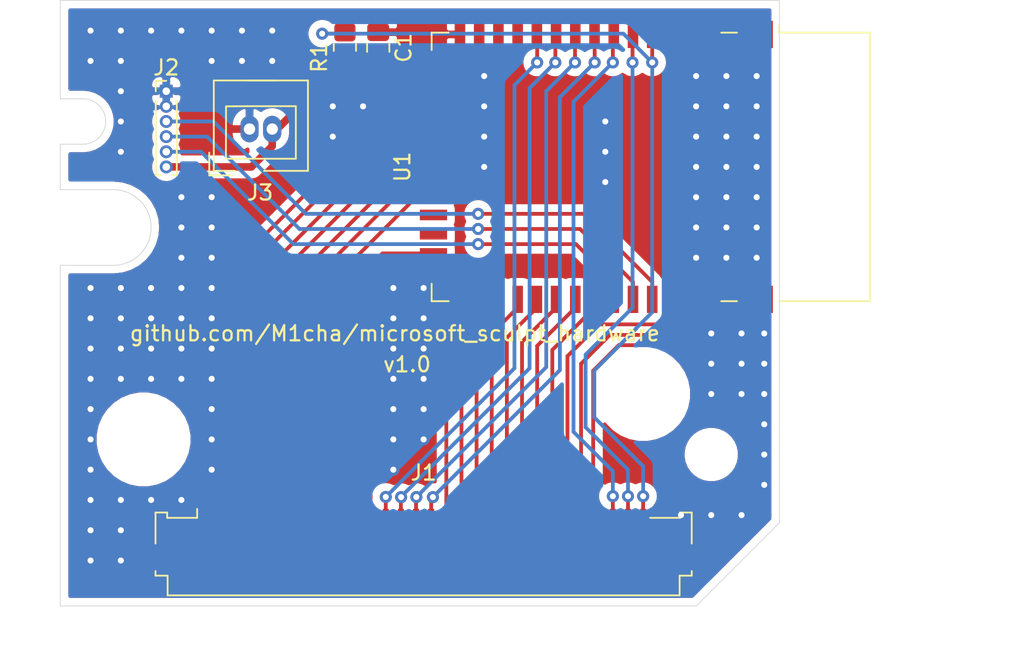
<source format=kicad_pcb>
(kicad_pcb (version 20171130) (host pcbnew 5.1.8)

  (general
    (thickness 1.6)
    (drawings 18)
    (tracks 286)
    (zones 0)
    (modules 9)
    (nets 42)
  )

  (page A4)
  (layers
    (0 F.Cu signal)
    (31 B.Cu signal)
    (32 B.Adhes user)
    (33 F.Adhes user)
    (34 B.Paste user)
    (35 F.Paste user)
    (36 B.SilkS user)
    (37 F.SilkS user)
    (38 B.Mask user)
    (39 F.Mask user)
    (40 Dwgs.User user)
    (41 Cmts.User user)
    (42 Eco1.User user)
    (43 Eco2.User user)
    (44 Edge.Cuts user)
    (45 Margin user)
    (46 B.CrtYd user)
    (47 F.CrtYd user)
    (48 B.Fab user)
    (49 F.Fab user)
  )

  (setup
    (last_trace_width 0.25)
    (trace_clearance 0.2)
    (zone_clearance 0.508)
    (zone_45_only no)
    (trace_min 0.2)
    (via_size 0.8)
    (via_drill 0.4)
    (via_min_size 0.4)
    (via_min_drill 0.3)
    (uvia_size 0.3)
    (uvia_drill 0.1)
    (uvias_allowed no)
    (uvia_min_size 0.2)
    (uvia_min_drill 0.1)
    (edge_width 0.05)
    (segment_width 0.2)
    (pcb_text_width 0.3)
    (pcb_text_size 1.5 1.5)
    (mod_edge_width 0.12)
    (mod_text_size 1 1)
    (mod_text_width 0.15)
    (pad_size 0.85 0.85)
    (pad_drill 0.5)
    (pad_to_mask_clearance 0)
    (aux_axis_origin 0 0)
    (visible_elements FFFFFF7F)
    (pcbplotparams
      (layerselection 0x010fc_ffffffff)
      (usegerberextensions false)
      (usegerberattributes true)
      (usegerberadvancedattributes true)
      (creategerberjobfile true)
      (excludeedgelayer true)
      (linewidth 0.100000)
      (plotframeref false)
      (viasonmask false)
      (mode 1)
      (useauxorigin false)
      (hpglpennumber 1)
      (hpglpenspeed 20)
      (hpglpendiameter 15.000000)
      (psnegative false)
      (psa4output false)
      (plotreference true)
      (plotvalue true)
      (plotinvisibletext false)
      (padsonsilk false)
      (subtractmaskfromsilk false)
      (outputformat 1)
      (mirror false)
      (drillshape 1)
      (scaleselection 1)
      (outputdirectory ""))
  )

  (net 0 "")
  (net 1 "Net-(J1-Pad2)")
  (net 2 "Net-(J1-Pad3)")
  (net 3 GND)
  (net 4 VCC)
  (net 5 "Net-(U1-Pad3)")
  (net 6 "Net-(U1-Pad4)")
  (net 7 "Net-(U1-Pad12)")
  (net 8 "Net-(U1-Pad13)")
  (net 9 "Net-(U1-Pad14)")
  (net 10 "Net-(U1-Pad24)")
  (net 11 "Net-(U1-Pad25)")
  (net 12 K4)
  (net 13 K5)
  (net 14 K6)
  (net 15 K7)
  (net 16 K8)
  (net 17 K9)
  (net 18 K10)
  (net 19 K11)
  (net 20 K12)
  (net 21 K13)
  (net 22 K14)
  (net 23 K15)
  (net 24 K16)
  (net 25 K17)
  (net 26 K18)
  (net 27 K19)
  (net 28 K20)
  (net 29 K21)
  (net 30 K22)
  (net 31 K23)
  (net 32 K24)
  (net 33 K25)
  (net 34 K26)
  (net 35 K27)
  (net 36 K28)
  (net 37 K29)
  (net 38 Fn)
  (net 39 SWDIO)
  (net 40 SWDCLK)
  (net 41 RESET)

  (net_class Default "This is the default net class."
    (clearance 0.2)
    (trace_width 0.25)
    (via_dia 0.8)
    (via_drill 0.4)
    (uvia_dia 0.3)
    (uvia_drill 0.1)
    (add_net Fn)
    (add_net GND)
    (add_net K10)
    (add_net K11)
    (add_net K12)
    (add_net K13)
    (add_net K14)
    (add_net K15)
    (add_net K16)
    (add_net K17)
    (add_net K18)
    (add_net K19)
    (add_net K20)
    (add_net K21)
    (add_net K22)
    (add_net K23)
    (add_net K24)
    (add_net K25)
    (add_net K26)
    (add_net K27)
    (add_net K28)
    (add_net K29)
    (add_net K4)
    (add_net K5)
    (add_net K6)
    (add_net K7)
    (add_net K8)
    (add_net K9)
    (add_net "Net-(J1-Pad2)")
    (add_net "Net-(J1-Pad3)")
    (add_net "Net-(U1-Pad12)")
    (add_net "Net-(U1-Pad13)")
    (add_net "Net-(U1-Pad14)")
    (add_net "Net-(U1-Pad24)")
    (add_net "Net-(U1-Pad25)")
    (add_net "Net-(U1-Pad3)")
    (add_net "Net-(U1-Pad4)")
    (add_net RESET)
    (add_net SWDCLK)
    (add_net SWDIO)
    (add_net VCC)
  )

  (module mssculpt:JST_ZH_1x02_P1.50mm_Vertical (layer F.Cu) (tedit 5FC2AB10) (tstamp 5FC2BCBD)
    (at 162.5 90.5)
    (descr "JST ZE series connector, B02B-ZESK-1D, with boss (http://www.jst-mfg.com/product/pdf/eng/eZE.pdf), generated with kicad-footprint-generator")
    (tags "connector JST ZE side entry boss")
    (path /5FC3C40D)
    (fp_text reference J3 (at 0.7 2.2) (layer F.SilkS)
      (effects (font (size 1 1) (thickness 0.15)))
    )
    (fp_text value power (at 0.75 1.85) (layer F.Fab)
      (effects (font (size 1 1) (thickness 0.15)))
    )
    (fp_line (start -2.66 1.06) (end -1.16 1.06) (layer F.Fab) (width 0.1))
    (fp_line (start -2.66 -0.44) (end -2.66 1.06) (layer F.Fab) (width 0.1))
    (fp_line (start -2.66 1.06) (end -1.16 1.06) (layer F.SilkS) (width 0.12))
    (fp_line (start -2.66 -0.44) (end -2.66 1.06) (layer F.SilkS) (width 0.12))
    (fp_line (start 3.06 -0.04) (end 1 -0.04) (layer F.SilkS) (width 0.12))
    (fp_line (start 3.06 -3.51) (end 3.06 -0.04) (layer F.SilkS) (width 0.12))
    (fp_line (start 1.64 -3.51) (end 3.06 -3.51) (layer F.SilkS) (width 0.12))
    (fp_line (start -1.56 -0.04) (end 1.05 -0.04) (layer F.SilkS) (width 0.12))
    (fp_line (start -1.55 -3.5) (end -1.56 -0.04) (layer F.SilkS) (width 0.12))
    (fp_line (start -0.14 -3.51) (end -1.55 -3.5) (layer F.SilkS) (width 0.12))
    (fp_line (start 1.64 -5.21) (end -0.14 -5.21) (layer F.SilkS) (width 0.12))
    (fp_line (start -0.14 -3.51) (end 1.64 -3.51) (layer F.SilkS) (width 0.12))
    (fp_line (start 3.86 0.76) (end 0.96 0.76) (layer F.SilkS) (width 0.12))
    (fp_line (start 3.86 -5.21) (end 3.86 0.76) (layer F.SilkS) (width 0.12))
    (fp_line (start -2.36 -5.21) (end 3.86 -5.21) (layer F.SilkS) (width 0.12))
    (fp_line (start -2.36 0.76) (end -2.36 -5.21) (layer F.SilkS) (width 0.12))
    (fp_line (start -0.96 0.76) (end -2.36 0.76) (layer F.SilkS) (width 0.12))
    (fp_line (start 4.25 -5.6) (end -2.75 -5.6) (layer F.CrtYd) (width 0.05))
    (fp_line (start 4.25 1.15) (end 4.25 -5.6) (layer F.CrtYd) (width 0.05))
    (fp_line (start -2.75 1.15) (end 4.25 1.15) (layer F.CrtYd) (width 0.05))
    (fp_line (start -2.75 -5.6) (end -2.75 1.15) (layer F.CrtYd) (width 0.05))
    (fp_line (start 3.75 -5.1) (end -2.25 -5.1) (layer F.Fab) (width 0.1))
    (fp_line (start 3.75 0.65) (end 3.75 -5.1) (layer F.Fab) (width 0.1))
    (fp_line (start -2.25 0.65) (end 3.75 0.65) (layer F.Fab) (width 0.1))
    (fp_line (start -2.25 -5.1) (end -2.25 0.65) (layer F.Fab) (width 0.1))
    (fp_text user %R (at 0.75 -4.4) (layer F.Fab)
      (effects (font (size 1 1) (thickness 0.15)))
    )
    (pad 1 thru_hole oval (at 0 -2) (size 1.2 1.75) (drill 0.75) (layers *.Cu *.Mask)
      (net 3 GND))
    (pad 2 thru_hole oval (at 1.5 -2) (size 1.2 1.75) (drill 0.75) (layers *.Cu *.Mask)
      (net 4 VCC))
    (model ${KISYS3DMOD}/Connector_JST.3dshapes/JST_ZE_B02B-ZESK-1D_1x02_P1.50mm_Vertical.wrl
      (at (xyz 0 0 0))
      (scale (xyz 1 1 1))
      (rotate (xyz 0 0 0))
    )
  )

  (module RF_Module:E73-2G4M04S (layer F.Cu) (tedit 5AFF5B3A) (tstamp 5FC2BE29)
    (at 189 91 270)
    (descr http://www.cdebyte.com/en/downpdf.aspx?id=243)
    (tags "BLE BLE5 nRF52832")
    (path /5FC254D4)
    (attr smd)
    (fp_text reference U1 (at 0 16.4 90) (layer F.SilkS)
      (effects (font (size 1 1) (thickness 0.15)))
    )
    (fp_text value E73-2G4M04S-52832 (at 0 -15.35 90) (layer F.Fab)
      (effects (font (size 1 1) (thickness 0.15)))
    )
    (fp_line (start -9.9 -14.6) (end -9.9 15.5) (layer F.CrtYd) (width 0.05))
    (fp_line (start 9.9 -14.6) (end -9.9 -14.6) (layer F.CrtYd) (width 0.05))
    (fp_line (start 9.9 15.5) (end 9.9 -14.6) (layer F.CrtYd) (width 0.05))
    (fp_line (start -9.9 15.5) (end 9.9 15.5) (layer F.CrtYd) (width 0.05))
    (fp_line (start 8.75 -13.35) (end 7.75 -14.35) (layer Dwgs.User) (width 0.1))
    (fp_line (start 6.75 -14.35) (end 8.75 -12.35) (layer Dwgs.User) (width 0.1))
    (fp_line (start 8.75 -11.35) (end 5.75 -14.35) (layer Dwgs.User) (width 0.1))
    (fp_line (start 4.75 -14.35) (end 8.75 -10.35) (layer Dwgs.User) (width 0.1))
    (fp_line (start 8.75 -9.35) (end 3.75 -14.35) (layer Dwgs.User) (width 0.1))
    (fp_line (start 2.75 -14.35) (end 8.25 -8.85) (layer Dwgs.User) (width 0.1))
    (fp_line (start 7.25 -8.85) (end 1.75 -14.35) (layer Dwgs.User) (width 0.1))
    (fp_line (start 0.75 -14.35) (end 6.25 -8.85) (layer Dwgs.User) (width 0.1))
    (fp_line (start 5.25 -8.85) (end -0.25 -14.35) (layer Dwgs.User) (width 0.1))
    (fp_line (start -1.25 -14.35) (end 4.25 -8.85) (layer Dwgs.User) (width 0.1))
    (fp_line (start 3.25 -8.85) (end -2.25 -14.35) (layer Dwgs.User) (width 0.1))
    (fp_line (start -3.25 -14.35) (end 2.25 -8.85) (layer Dwgs.User) (width 0.1))
    (fp_line (start 1.25 -8.85) (end -4.25 -14.35) (layer Dwgs.User) (width 0.1))
    (fp_line (start -5.25 -14.35) (end 0.25 -8.85) (layer Dwgs.User) (width 0.1))
    (fp_line (start -0.75 -8.85) (end -6.25 -14.35) (layer Dwgs.User) (width 0.1))
    (fp_line (start -7.25 -14.35) (end -1.75 -8.85) (layer Dwgs.User) (width 0.1))
    (fp_line (start -2.75 -8.85) (end -8.25 -14.35) (layer Dwgs.User) (width 0.1))
    (fp_line (start -8.75 -13.85) (end -3.75 -8.85) (layer Dwgs.User) (width 0.1))
    (fp_line (start -4.75 -8.85) (end -8.75 -12.85) (layer Dwgs.User) (width 0.1))
    (fp_line (start -8.75 -11.85) (end -5.75 -8.85) (layer Dwgs.User) (width 0.1))
    (fp_line (start -8.75 -10.85) (end -6.75 -8.85) (layer Dwgs.User) (width 0.1))
    (fp_line (start -8.75 -9.85) (end -7.75 -8.85) (layer Dwgs.User) (width 0.1))
    (fp_line (start -8.75 -8.85) (end -8.75 -14.35) (layer Dwgs.User) (width 0.1))
    (fp_line (start 8.75 -8.85) (end -8.75 -8.85) (layer Dwgs.User) (width 0.1))
    (fp_line (start 8.75 -14.35) (end 8.75 -8.85) (layer Dwgs.User) (width 0.1))
    (fp_line (start -8.75 -14.35) (end 8.75 -14.35) (layer Dwgs.User) (width 0.1))
    (fp_line (start -8.87 -8.49) (end -9.37 -8.49) (layer F.SilkS) (width 0.12))
    (fp_line (start -8.87 -14.47) (end -8.87 -8.49) (layer F.SilkS) (width 0.12))
    (fp_line (start 8.87 -14.47) (end -8.87 -14.47) (layer F.SilkS) (width 0.12))
    (fp_line (start 8.87 -14.47) (end 8.87 -8.49) (layer F.SilkS) (width 0.12))
    (fp_line (start -8.87 -5.7) (end -8.87 -4.66) (layer F.SilkS) (width 0.12))
    (fp_line (start 8.87 -5.7) (end 8.87 -4.66) (layer F.SilkS) (width 0.12))
    (fp_line (start 8.87 14.47) (end 7.72 14.47) (layer F.SilkS) (width 0.12))
    (fp_line (start 8.87 14.47) (end 8.87 13.35) (layer F.SilkS) (width 0.12))
    (fp_line (start -8.87 14.47) (end -7.72 14.47) (layer F.SilkS) (width 0.12))
    (fp_line (start -8.87 14.47) (end -8.87 13.35) (layer F.SilkS) (width 0.12))
    (fp_line (start -8.75 -7.37) (end -8.75 14.35) (layer F.Fab) (width 0.1))
    (fp_line (start -8.75 -8.07) (end -8.75 -14.35) (layer F.Fab) (width 0.1))
    (fp_line (start -8.4 -7.72) (end -8.75 -7.37) (layer F.Fab) (width 0.1))
    (fp_line (start -8.75 -8.07) (end -8.4 -7.72) (layer F.Fab) (width 0.1))
    (fp_line (start 8.75 -14.35) (end -8.75 -14.35) (layer F.Fab) (width 0.1))
    (fp_line (start 8.75 14.35) (end 8.75 -14.35) (layer F.Fab) (width 0.1))
    (fp_line (start -8.75 14.35) (end 8.75 14.35) (layer F.Fab) (width 0.1))
    (fp_text user "KEEP-OUT ZONE" (at 0 -12.85 90) (layer Cmts.User)
      (effects (font (size 1 1) (thickness 0.15)))
    )
    (fp_text user "No metal, traces, or components" (at 0 -11.1 90) (layer Cmts.User)
      (effects (font (size 0.4 0.4) (thickness 0.06)))
    )
    (fp_text user "on any PCB layer." (at 0 -10.1 90) (layer Cmts.User)
      (effects (font (size 0.4 0.4) (thickness 0.06)))
    )
    (fp_text user %R (at 0 0 90) (layer F.Fab)
      (effects (font (size 1 1) (thickness 0.15)))
    )
    (pad 0 smd rect (at -8.75 -7.72 270) (size 1.8 0.7) (layers F.Cu F.Paste F.Mask)
      (net 3 GND))
    (pad 1 smd rect (at -8.75 -6.45 270) (size 1.8 0.7) (layers F.Cu F.Paste F.Mask)
      (net 3 GND))
    (pad 2 smd rect (at -8.75 -3.91 270) (size 1.8 0.7) (layers F.Cu F.Paste F.Mask)
      (net 3 GND))
    (pad 3 smd rect (at -8.75 -2.64 270) (size 1.8 0.7) (layers F.Cu F.Paste F.Mask)
      (net 5 "Net-(U1-Pad3)"))
    (pad 4 smd rect (at -8.75 -1.37 270) (size 1.8 0.7) (layers F.Cu F.Paste F.Mask)
      (net 6 "Net-(U1-Pad4)"))
    (pad 5 smd rect (at -8.75 -0.1 270) (size 1.8 0.7) (layers F.Cu F.Paste F.Mask)
      (net 38 Fn))
    (pad 6 smd rect (at -8.75 1.17 270) (size 1.8 0.7) (layers F.Cu F.Paste F.Mask)
      (net 37 K29))
    (pad 7 smd rect (at -8.75 2.44 270) (size 1.8 0.7) (layers F.Cu F.Paste F.Mask)
      (net 36 K28))
    (pad 8 smd rect (at -8.75 3.71 270) (size 1.8 0.7) (layers F.Cu F.Paste F.Mask)
      (net 24 K16))
    (pad 9 smd rect (at -8.75 4.98 270) (size 1.8 0.7) (layers F.Cu F.Paste F.Mask)
      (net 23 K15))
    (pad 10 smd rect (at -8.75 6.25 270) (size 1.8 0.7) (layers F.Cu F.Paste F.Mask)
      (net 22 K14))
    (pad 11 smd rect (at -8.75 7.52 270) (size 1.8 0.7) (layers F.Cu F.Paste F.Mask)
      (net 21 K13))
    (pad 12 smd rect (at -8.75 8.79 270) (size 1.8 0.7) (layers F.Cu F.Paste F.Mask)
      (net 7 "Net-(U1-Pad12)"))
    (pad 13 smd rect (at -8.75 10.06 270) (size 1.8 0.7) (layers F.Cu F.Paste F.Mask)
      (net 8 "Net-(U1-Pad13)"))
    (pad 14 smd rect (at -8.75 11.33 270) (size 1.8 0.7) (layers F.Cu F.Paste F.Mask)
      (net 9 "Net-(U1-Pad14)"))
    (pad 15 smd rect (at -8.75 12.6 270) (size 1.8 0.7) (layers F.Cu F.Paste F.Mask)
      (net 3 GND))
    (pad 16 smd rect (at -6.985 14.35 270) (size 0.7 1.8) (layers F.Cu F.Paste F.Mask)
      (net 4 VCC))
    (pad 17 smd rect (at -5.715 14.35 270) (size 0.7 1.8) (layers F.Cu F.Paste F.Mask)
      (net 12 K4))
    (pad 18 smd rect (at -4.445 14.35 270) (size 0.7 1.8) (layers F.Cu F.Paste F.Mask)
      (net 13 K5))
    (pad 19 smd rect (at -3.175 14.35 270) (size 0.7 1.8) (layers F.Cu F.Paste F.Mask)
      (net 14 K6))
    (pad 20 smd rect (at -1.905 14.35 270) (size 0.7 1.8) (layers F.Cu F.Paste F.Mask)
      (net 15 K7))
    (pad 21 smd rect (at -0.635 14.35 270) (size 0.7 1.8) (layers F.Cu F.Paste F.Mask)
      (net 16 K8))
    (pad 22 smd rect (at 0.635 14.35 270) (size 0.7 1.8) (layers F.Cu F.Paste F.Mask)
      (net 17 K9))
    (pad 23 smd rect (at 1.905 14.35 270) (size 0.7 1.8) (layers F.Cu F.Paste F.Mask)
      (net 18 K10))
    (pad 24 smd rect (at 3.175 14.35 270) (size 0.7 1.8) (layers F.Cu F.Paste F.Mask)
      (net 10 "Net-(U1-Pad24)"))
    (pad 25 smd rect (at 4.445 14.35 270) (size 0.7 1.8) (layers F.Cu F.Paste F.Mask)
      (net 11 "Net-(U1-Pad25)"))
    (pad 26 smd rect (at 5.715 14.35 270) (size 0.7 1.8) (layers F.Cu F.Paste F.Mask)
      (net 19 K11))
    (pad 27 smd rect (at 6.985 14.35 270) (size 0.7 1.8) (layers F.Cu F.Paste F.Mask)
      (net 20 K12))
    (pad 28 smd rect (at 8.75 12.6 270) (size 1.8 0.7) (layers F.Cu F.Paste F.Mask)
      (net 25 K17))
    (pad 29 smd rect (at 8.75 11.33 270) (size 1.8 0.7) (layers F.Cu F.Paste F.Mask)
      (net 26 K18))
    (pad 30 smd rect (at 8.75 10.06 270) (size 1.8 0.7) (layers F.Cu F.Paste F.Mask)
      (net 27 K19))
    (pad 31 smd rect (at 8.75 8.79 270) (size 1.8 0.7) (layers F.Cu F.Paste F.Mask)
      (net 28 K20))
    (pad 32 smd rect (at 8.75 7.52 270) (size 1.8 0.7) (layers F.Cu F.Paste F.Mask)
      (net 29 K21))
    (pad 33 smd rect (at 8.75 6.25 270) (size 1.8 0.7) (layers F.Cu F.Paste F.Mask)
      (net 30 K22))
    (pad 34 smd rect (at 8.75 4.98 270) (size 1.8 0.7) (layers F.Cu F.Paste F.Mask)
      (net 31 K23))
    (pad 35 smd rect (at 8.75 3.71 270) (size 1.8 0.7) (layers F.Cu F.Paste F.Mask)
      (net 32 K24))
    (pad 36 smd rect (at 8.75 2.44 270) (size 1.8 0.7) (layers F.Cu F.Paste F.Mask)
      (net 41 RESET))
    (pad 37 smd rect (at 8.75 1.17 270) (size 1.8 0.7) (layers F.Cu F.Paste F.Mask)
      (net 40 SWDCLK))
    (pad 38 smd rect (at 8.75 -0.1 270) (size 1.8 0.7) (layers F.Cu F.Paste F.Mask)
      (net 39 SWDIO))
    (pad 39 smd rect (at 8.75 -1.37 270) (size 1.8 0.7) (layers F.Cu F.Paste F.Mask)
      (net 33 K25))
    (pad 40 smd rect (at 8.75 -2.64 270) (size 1.8 0.7) (layers F.Cu F.Paste F.Mask)
      (net 34 K26))
    (pad 41 smd rect (at 8.75 -3.91 270) (size 1.8 0.7) (layers F.Cu F.Paste F.Mask)
      (net 35 K27))
    (pad 42 smd rect (at 8.75 -6.45 270) (size 1.8 0.7) (layers F.Cu F.Paste F.Mask)
      (net 3 GND))
    (pad 43 smd rect (at 8.75 -7.72 270) (size 1.8 0.7) (layers F.Cu F.Paste F.Mask)
      (net 3 GND))
    (model ${KISYS3DMOD}/RF_Module.3dshapes/E73-2G4M04S.wrl
      (at (xyz 0 0 0))
      (scale (xyz 1 1 1))
      (rotate (xyz 0 0 0))
    )
  )

  (module MountingHole:MountingHole_2.5mm (layer F.Cu) (tedit 56D1B4CB) (tstamp 5FC2D785)
    (at 193 110)
    (descr "Mounting Hole 2.5mm, no annular")
    (tags "mounting hole 2.5mm no annular")
    (attr virtual)
    (fp_text reference REF** (at 0 -3.5) (layer F.SilkS) hide
      (effects (font (size 1 1) (thickness 0.15)))
    )
    (fp_text value MountingHole_2.5mm (at 0 3.5) (layer F.Fab)
      (effects (font (size 1 1) (thickness 0.15)))
    )
    (fp_circle (center 0 0) (end 2.5 0) (layer Cmts.User) (width 0.15))
    (fp_circle (center 0 0) (end 2.75 0) (layer F.CrtYd) (width 0.05))
    (fp_text user %R (at 0.3 0) (layer F.Fab)
      (effects (font (size 1 1) (thickness 0.15)))
    )
    (pad 1 np_thru_hole circle (at 0 0) (size 2.5 2.5) (drill 2.5) (layers *.Cu *.Mask))
  )

  (module MountingHole:MountingHole_2.2mm_M2 (layer F.Cu) (tedit 5FC280BA) (tstamp 5FC2D474)
    (at 188.5 106)
    (descr "Mounting Hole 2.2mm, no annular, M2")
    (tags "mounting hole 2.2mm no annular m2")
    (attr virtual)
    (fp_text reference REF** (at 0 -3.2) (layer F.SilkS) hide
      (effects (font (size 1 1) (thickness 0.15)))
    )
    (fp_text value MountingHole_2.2mm_M2 (at 0 3.2) (layer F.Fab)
      (effects (font (size 1 1) (thickness 0.15)))
    )
    (fp_circle (center 0 0) (end 2.45 0) (layer F.CrtYd) (width 0.05))
    (fp_circle (center 0 0) (end 2.2 0) (layer Cmts.User) (width 0.15))
    (fp_text user %R (at 0.3 0) (layer F.Fab)
      (effects (font (size 1 1) (thickness 0.15)))
    )
    (pad "" np_thru_hole circle (at 0 0) (size 2.2 2.2) (drill 2.2) (layers *.Cu *.Mask)
      (clearance 2))
  )

  (module MountingHole:MountingHole_2.2mm_M2 (layer F.Cu) (tedit 5FC280DD) (tstamp 5FC2D300)
    (at 155.5 109)
    (descr "Mounting Hole 2.2mm, no annular, M2")
    (tags "mounting hole 2.2mm no annular m2")
    (attr virtual)
    (fp_text reference REF** (at 0 -3.2) (layer F.SilkS) hide
      (effects (font (size 1 1) (thickness 0.15)))
    )
    (fp_text value MountingHole_2.2mm_M2 (at 0 3.2) (layer F.Fab)
      (effects (font (size 1 1) (thickness 0.15)))
    )
    (fp_circle (center 0 0) (end 2.2 0) (layer Cmts.User) (width 0.15))
    (fp_circle (center 0 0) (end 2.45 0) (layer F.CrtYd) (width 0.05))
    (fp_text user %R (at 0.3 0) (layer F.Fab)
      (effects (font (size 1 1) (thickness 0.15)))
    )
    (pad "" np_thru_hole circle (at 0 0) (size 2.2 2.2) (drill 2.2) (layers *.Cu *.Mask)
      (clearance 2))
  )

  (module Connector_PinHeader_1.00mm:PinHeader_1x06_P1.00mm_Vertical (layer F.Cu) (tedit 5FC2ADBF) (tstamp 5FC3021A)
    (at 157 86)
    (descr "Through hole straight pin header, 1x06, 1.00mm pitch, single row")
    (tags "Through hole pin header THT 1x06 1.00mm single row")
    (path /5FC56818)
    (fp_text reference J2 (at 0 -1.56) (layer F.SilkS)
      (effects (font (size 1 1) (thickness 0.15)))
    )
    (fp_text value debug (at 0 6.56) (layer F.Fab)
      (effects (font (size 1 1) (thickness 0.15)))
    )
    (fp_line (start 1.15 -1) (end -1.15 -1) (layer F.CrtYd) (width 0.05))
    (fp_line (start 1.15 6) (end 1.15 -1) (layer F.CrtYd) (width 0.05))
    (fp_line (start -1.15 6) (end 1.15 6) (layer F.CrtYd) (width 0.05))
    (fp_line (start -1.15 -1) (end -1.15 6) (layer F.CrtYd) (width 0.05))
    (fp_line (start -0.695 -0.685) (end 0 -0.685) (layer F.SilkS) (width 0.12))
    (fp_line (start -0.695 0) (end -0.695 -0.685) (layer F.SilkS) (width 0.12))
    (fp_line (start 0.608276 0.685) (end 0.695 0.685) (layer F.SilkS) (width 0.12))
    (fp_line (start -0.695 0.685) (end -0.608276 0.685) (layer F.SilkS) (width 0.12))
    (fp_line (start 0.695 0.685) (end 0.695 5.56) (layer F.SilkS) (width 0.12))
    (fp_line (start -0.695 0.685) (end -0.695 5.56) (layer F.SilkS) (width 0.12))
    (fp_line (start 0.394493 5.56) (end 0.695 5.56) (layer F.SilkS) (width 0.12))
    (fp_line (start -0.695 5.56) (end -0.394493 5.56) (layer F.SilkS) (width 0.12))
    (fp_line (start -0.635 -0.1825) (end -0.3175 -0.5) (layer F.Fab) (width 0.1))
    (fp_line (start -0.635 5.5) (end -0.635 -0.1825) (layer F.Fab) (width 0.1))
    (fp_line (start 0.635 5.5) (end -0.635 5.5) (layer F.Fab) (width 0.1))
    (fp_line (start 0.635 -0.5) (end 0.635 5.5) (layer F.Fab) (width 0.1))
    (fp_line (start -0.3175 -0.5) (end 0.635 -0.5) (layer F.Fab) (width 0.1))
    (fp_text user %R (at 0 2.5 90) (layer F.Fab)
      (effects (font (size 0.76 0.76) (thickness 0.114)))
    )
    (pad 1 thru_hole rect (at 0 0) (size 0.85 0.85) (drill 0.5) (layers *.Cu *.Mask)
      (net 3 GND))
    (pad 2 thru_hole oval (at 0 1) (size 0.85 0.85) (drill 0.5) (layers *.Cu *.Mask)
      (net 3 GND) (clearance 0.15))
    (pad 3 thru_hole oval (at 0 2) (size 0.85 0.85) (drill 0.5) (layers *.Cu *.Mask)
      (net 39 SWDIO) (clearance 0.15))
    (pad 4 thru_hole oval (at 0 3) (size 0.85 0.85) (drill 0.5) (layers *.Cu *.Mask)
      (net 40 SWDCLK) (clearance 0.15))
    (pad 5 thru_hole oval (at 0 4) (size 0.85 0.85) (drill 0.5) (layers *.Cu *.Mask)
      (net 41 RESET) (clearance 0.15))
    (pad 6 thru_hole oval (at 0 5) (size 0.85 0.85) (drill 0.5) (layers *.Cu *.Mask)
      (net 4 VCC) (clearance 0.15))
    (model ${KISYS3DMOD}/Connector_PinHeader_1.00mm.3dshapes/PinHeader_1x06_P1.00mm_Vertical.wrl
      (at (xyz 0 0 0))
      (scale (xyz 1 1 1))
      (rotate (xyz 0 0 0))
    )
  )

  (module Connector_FFC-FPC:Molex_200528-0300_1x30-1MP_P1.00mm_Horizontal (layer F.Cu) (tedit 5FC28B49) (tstamp 5FC2E1B8)
    (at 174 115)
    (descr "Molex Molex 1.00mm Pitch Easy-On BackFlip, Right-Angle, Bottom Contact FFC/FPC, 200528-0300, 30 Circuits (https://www.molex.com/pdm_docs/sd/2005280300_sd.pdf), generated with kicad-footprint-generator")
    (tags "connector Molex  top entry")
    (path /5FC169D4)
    (attr smd)
    (fp_text reference J1 (at 0 -3.8) (layer F.SilkS)
      (effects (font (size 1 1) (thickness 0.15)))
    )
    (fp_text value keyboard (at 0 5.39) (layer F.Fab)
      (effects (font (size 1 1) (thickness 0.15)))
    )
    (fp_line (start 17.05 -1.06) (end 17.05 -0.71) (layer F.Fab) (width 0.1))
    (fp_line (start 17.05 -0.71) (end -17.05 -0.71) (layer F.Fab) (width 0.1))
    (fp_line (start -17.05 -0.71) (end -17.05 -1.06) (layer F.Fab) (width 0.1))
    (fp_line (start -17.05 -1.06) (end -17.6 -1.06) (layer F.Fab) (width 0.1))
    (fp_line (start -17.6 -1.06) (end -17.6 2.89) (layer F.Fab) (width 0.1))
    (fp_line (start -17.6 2.89) (end 17.6 2.89) (layer F.Fab) (width 0.1))
    (fp_line (start 17.6 2.89) (end 17.6 -1.06) (layer F.Fab) (width 0.1))
    (fp_line (start 17.6 -1.06) (end 17.05 -1.06) (layer F.Fab) (width 0.1))
    (fp_line (start -15 -0.71) (end -14.5 0.04) (layer F.Fab) (width 0.1))
    (fp_line (start -14.5 0.04) (end -14 -0.71) (layer F.Fab) (width 0.1))
    (fp_line (start 16.8 0.19) (end -16.8 0.19) (layer F.Fab) (width 0.1))
    (fp_line (start -16.8 0.19) (end -16.8 4.19) (layer F.Fab) (width 0.1))
    (fp_line (start -16.8 4.19) (end 16.8 4.19) (layer F.Fab) (width 0.1))
    (fp_line (start 16.8 4.19) (end 16.8 0.19) (layer F.Fab) (width 0.1))
    (fp_line (start -14.96 -1.41) (end -14.96 -0.82) (layer F.SilkS) (width 0.12))
    (fp_line (start -14.96 -0.82) (end -16.94 -0.82) (layer F.SilkS) (width 0.12))
    (fp_line (start -16.94 -0.82) (end -16.94 -1.17) (layer F.SilkS) (width 0.12))
    (fp_line (start -16.94 -1.17) (end -17.71 -1.17) (layer F.SilkS) (width 0.12))
    (fp_line (start -17.71 -1.17) (end -17.71 0.88) (layer F.SilkS) (width 0.12))
    (fp_line (start -17.71 2.7) (end -17.71 3) (layer F.SilkS) (width 0.12))
    (fp_line (start -17.71 3) (end -16.91 3) (layer F.SilkS) (width 0.12))
    (fp_line (start -16.91 3) (end -16.91 4.3) (layer F.SilkS) (width 0.12))
    (fp_line (start -16.91 4.3) (end 16.91 4.3) (layer F.SilkS) (width 0.12))
    (fp_line (start 16.91 4.3) (end 16.91 3) (layer F.SilkS) (width 0.12))
    (fp_line (start 16.91 3) (end 17.71 3) (layer F.SilkS) (width 0.12))
    (fp_line (start 17.71 3) (end 17.71 2.7) (layer F.SilkS) (width 0.12))
    (fp_line (start 17.71 0.88) (end 17.71 -1.17) (layer F.SilkS) (width 0.12))
    (fp_line (start 17.71 -1.17) (end 16.94 -1.17) (layer F.SilkS) (width 0.12))
    (fp_line (start 16.94 -1.17) (end 16.94 -0.82) (layer F.SilkS) (width 0.12))
    (fp_line (start 16.94 -0.82) (end 14.96 -0.82) (layer F.SilkS) (width 0.12))
    (fp_line (start -18.8 -1.91) (end -18.8 4.69) (layer F.CrtYd) (width 0.05))
    (fp_line (start -18.8 4.69) (end 18.8 4.69) (layer F.CrtYd) (width 0.05))
    (fp_line (start 18.8 4.69) (end 18.8 -1.91) (layer F.CrtYd) (width 0.05))
    (fp_line (start 18.8 -1.91) (end -18.8 -1.91) (layer F.CrtYd) (width 0.05))
    (fp_text user %R (at 0 1.39) (layer F.Fab)
      (effects (font (size 1 1) (thickness 0.15)))
    )
    (pad MP smd rect (at -17.3 1.79) (size 2 3) (layers F.Cu F.Paste F.Mask))
    (pad MP smd rect (at 17.3 1.79) (size 2 3) (layers F.Cu F.Paste F.Mask))
    (pad 1 smd rect (at -14.5 -0.91) (size 0.4 1) (layers F.Cu F.Paste F.Mask)
      (net 3 GND))
    (pad 2 smd rect (at -13.5 -0.91) (size 0.4 1) (layers F.Cu F.Paste F.Mask)
      (net 1 "Net-(J1-Pad2)"))
    (pad 3 smd rect (at -12.5 -0.91) (size 0.4 1) (layers F.Cu F.Paste F.Mask)
      (net 2 "Net-(J1-Pad3)"))
    (pad 4 smd rect (at -11.5 -0.91) (size 0.4 1) (layers F.Cu F.Paste F.Mask)
      (net 12 K4))
    (pad 5 smd rect (at -10.5 -0.91) (size 0.4 1) (layers F.Cu F.Paste F.Mask)
      (net 13 K5))
    (pad 6 smd rect (at -9.5 -0.91) (size 0.4 1) (layers F.Cu F.Paste F.Mask)
      (net 14 K6))
    (pad 7 smd rect (at -8.5 -0.91) (size 0.4 1) (layers F.Cu F.Paste F.Mask)
      (net 15 K7))
    (pad 8 smd rect (at -7.5 -0.91) (size 0.4 1) (layers F.Cu F.Paste F.Mask)
      (net 16 K8))
    (pad 9 smd rect (at -6.5 -0.91) (size 0.4 1) (layers F.Cu F.Paste F.Mask)
      (net 17 K9))
    (pad 10 smd rect (at -5.5 -0.91) (size 0.4 1) (layers F.Cu F.Paste F.Mask)
      (net 18 K10))
    (pad 11 smd rect (at -4.5 -0.91) (size 0.4 1) (layers F.Cu F.Paste F.Mask)
      (net 19 K11))
    (pad 12 smd rect (at -3.5 -0.91) (size 0.4 1) (layers F.Cu F.Paste F.Mask)
      (net 20 K12))
    (pad 13 smd rect (at -2.5 -0.91) (size 0.4 1) (layers F.Cu F.Paste F.Mask)
      (net 21 K13))
    (pad 14 smd rect (at -1.5 -0.91) (size 0.4 1) (layers F.Cu F.Paste F.Mask)
      (net 22 K14))
    (pad 15 smd rect (at -0.5 -0.91) (size 0.4 1) (layers F.Cu F.Paste F.Mask)
      (net 23 K15))
    (pad 16 smd rect (at 0.5 -0.91) (size 0.4 1) (layers F.Cu F.Paste F.Mask)
      (net 24 K16))
    (pad 17 smd rect (at 1.5 -0.91) (size 0.4 1) (layers F.Cu F.Paste F.Mask)
      (net 25 K17))
    (pad 18 smd rect (at 2.5 -0.91) (size 0.4 1) (layers F.Cu F.Paste F.Mask)
      (net 26 K18))
    (pad 19 smd rect (at 3.5 -0.91) (size 0.4 1) (layers F.Cu F.Paste F.Mask)
      (net 27 K19))
    (pad 20 smd rect (at 4.5 -0.91) (size 0.4 1) (layers F.Cu F.Paste F.Mask)
      (net 28 K20))
    (pad 21 smd rect (at 5.5 -0.91) (size 0.4 1) (layers F.Cu F.Paste F.Mask)
      (net 29 K21))
    (pad 22 smd rect (at 6.5 -0.91) (size 0.4 1) (layers F.Cu F.Paste F.Mask)
      (net 30 K22))
    (pad 23 smd rect (at 7.5 -0.91) (size 0.4 1) (layers F.Cu F.Paste F.Mask)
      (net 31 K23))
    (pad 24 smd rect (at 8.5 -0.91) (size 0.4 1) (layers F.Cu F.Paste F.Mask)
      (net 32 K24))
    (pad 25 smd rect (at 9.5 -0.91) (size 0.4 1) (layers F.Cu F.Paste F.Mask)
      (net 33 K25))
    (pad 26 smd rect (at 10.5 -0.91) (size 0.4 1) (layers F.Cu F.Paste F.Mask)
      (net 34 K26))
    (pad 27 smd rect (at 11.5 -0.91) (size 0.4 1) (layers F.Cu F.Paste F.Mask)
      (net 35 K27))
    (pad 28 smd rect (at 12.5 -0.91) (size 0.4 1) (layers F.Cu F.Paste F.Mask)
      (net 36 K28))
    (pad 29 smd rect (at 13.5 -0.91) (size 0.4 1) (layers F.Cu F.Paste F.Mask)
      (net 37 K29))
    (pad 30 smd rect (at 14.5 -0.91) (size 0.4 1) (layers F.Cu F.Paste F.Mask)
      (net 38 Fn))
    (model ${KISYS3DMOD}/Connector_FFC-FPC.3dshapes/Molex_200528-0300_1x30-1MP_P1.00mm_Horizontal.wrl
      (at (xyz 0 0 0))
      (scale (xyz 1 1 1))
      (rotate (xyz 0 0 0))
    )
  )

  (module Capacitor_SMD:C_0805_2012Metric_Pad1.18x1.45mm_HandSolder (layer F.Cu) (tedit 5F68FEEF) (tstamp 5FC30079)
    (at 171 83.1375 270)
    (descr "Capacitor SMD 0805 (2012 Metric), square (rectangular) end terminal, IPC_7351 nominal with elongated pad for handsoldering. (Body size source: IPC-SM-782 page 76, https://www.pcb-3d.com/wordpress/wp-content/uploads/ipc-sm-782a_amendment_1_and_2.pdf, https://docs.google.com/spreadsheets/d/1BsfQQcO9C6DZCsRaXUlFlo91Tg2WpOkGARC1WS5S8t0/edit?usp=sharing), generated with kicad-footprint-generator")
    (tags "capacitor handsolder")
    (path /5FFE34B9)
    (attr smd)
    (fp_text reference C1 (at 0 -1.68 90) (layer F.SilkS)
      (effects (font (size 1 1) (thickness 0.15)))
    )
    (fp_text value C_Small (at 0 1.68 90) (layer F.Fab)
      (effects (font (size 1 1) (thickness 0.15)))
    )
    (fp_line (start -1 0.625) (end -1 -0.625) (layer F.Fab) (width 0.1))
    (fp_line (start -1 -0.625) (end 1 -0.625) (layer F.Fab) (width 0.1))
    (fp_line (start 1 -0.625) (end 1 0.625) (layer F.Fab) (width 0.1))
    (fp_line (start 1 0.625) (end -1 0.625) (layer F.Fab) (width 0.1))
    (fp_line (start -0.261252 -0.735) (end 0.261252 -0.735) (layer F.SilkS) (width 0.12))
    (fp_line (start -0.261252 0.735) (end 0.261252 0.735) (layer F.SilkS) (width 0.12))
    (fp_line (start -1.88 0.98) (end -1.88 -0.98) (layer F.CrtYd) (width 0.05))
    (fp_line (start -1.88 -0.98) (end 1.88 -0.98) (layer F.CrtYd) (width 0.05))
    (fp_line (start 1.88 -0.98) (end 1.88 0.98) (layer F.CrtYd) (width 0.05))
    (fp_line (start 1.88 0.98) (end -1.88 0.98) (layer F.CrtYd) (width 0.05))
    (fp_text user %R (at 0 0 90) (layer F.Fab)
      (effects (font (size 0.5 0.5) (thickness 0.08)))
    )
    (pad 1 smd roundrect (at -1.0375 0 270) (size 1.175 1.45) (layers F.Cu F.Paste F.Mask) (roundrect_rratio 0.212766)
      (net 3 GND))
    (pad 2 smd roundrect (at 1.0375 0 270) (size 1.175 1.45) (layers F.Cu F.Paste F.Mask) (roundrect_rratio 0.212766)
      (net 4 VCC))
    (model ${KISYS3DMOD}/Capacitor_SMD.3dshapes/C_0805_2012Metric.wrl
      (at (xyz 0 0 0))
      (scale (xyz 1 1 1))
      (rotate (xyz 0 0 0))
    )
  )

  (module Resistor_SMD:R_0805_2012Metric_Pad1.20x1.40mm_HandSolder (layer F.Cu) (tedit 5F68FEEE) (tstamp 5FC30089)
    (at 168.8 83.1125 270)
    (descr "Resistor SMD 0805 (2012 Metric), square (rectangular) end terminal, IPC_7351 nominal with elongated pad for handsoldering. (Body size source: IPC-SM-782 page 72, https://www.pcb-3d.com/wordpress/wp-content/uploads/ipc-sm-782a_amendment_1_and_2.pdf), generated with kicad-footprint-generator")
    (tags "resistor handsolder")
    (path /5FC46A06)
    (attr smd)
    (fp_text reference R1 (at 0.6875 1.7 90) (layer F.SilkS)
      (effects (font (size 1 1) (thickness 0.15)))
    )
    (fp_text value R (at 0 1.65 90) (layer F.Fab)
      (effects (font (size 1 1) (thickness 0.15)))
    )
    (fp_line (start -1 0.625) (end -1 -0.625) (layer F.Fab) (width 0.1))
    (fp_line (start -1 -0.625) (end 1 -0.625) (layer F.Fab) (width 0.1))
    (fp_line (start 1 -0.625) (end 1 0.625) (layer F.Fab) (width 0.1))
    (fp_line (start 1 0.625) (end -1 0.625) (layer F.Fab) (width 0.1))
    (fp_line (start -0.227064 -0.735) (end 0.227064 -0.735) (layer F.SilkS) (width 0.12))
    (fp_line (start -0.227064 0.735) (end 0.227064 0.735) (layer F.SilkS) (width 0.12))
    (fp_line (start -1.85 0.95) (end -1.85 -0.95) (layer F.CrtYd) (width 0.05))
    (fp_line (start -1.85 -0.95) (end 1.85 -0.95) (layer F.CrtYd) (width 0.05))
    (fp_line (start 1.85 -0.95) (end 1.85 0.95) (layer F.CrtYd) (width 0.05))
    (fp_line (start 1.85 0.95) (end -1.85 0.95) (layer F.CrtYd) (width 0.05))
    (fp_text user %R (at 0 0 90) (layer F.Fab)
      (effects (font (size 0.5 0.5) (thickness 0.08)))
    )
    (pad 1 smd roundrect (at -1 0 270) (size 1.2 1.4) (layers F.Cu F.Paste F.Mask) (roundrect_rratio 0.208333)
      (net 38 Fn))
    (pad 2 smd roundrect (at 1 0 270) (size 1.2 1.4) (layers F.Cu F.Paste F.Mask) (roundrect_rratio 0.208333)
      (net 4 VCC))
    (model ${KISYS3DMOD}/Resistor_SMD.3dshapes/R_0805_2012Metric.wrl
      (at (xyz 0 0 0))
      (scale (xyz 1 1 1))
      (rotate (xyz 0 0 0))
    )
  )

  (gr_text v1.0 (at 172.91 104.05) (layer F.SilkS)
    (effects (font (size 1 1) (thickness 0.15)))
  )
  (gr_text github.com/M1cha/microsoft_sculpt_hardware (at 172.1 102) (layer F.SilkS)
    (effects (font (size 1 1) (thickness 0.15)))
  )
  (dimension 6 (width 0.15) (layer Dwgs.User)
    (gr_text "6.000 mm" (at 212.3 117 90) (layer Dwgs.User)
      (effects (font (size 1 1) (thickness 0.15)))
    )
    (feature1 (pts (xy 153 114) (xy 211.586421 114)))
    (feature2 (pts (xy 153 120) (xy 211.586421 120)))
    (crossbar (pts (xy 211 120) (xy 211 114)))
    (arrow1a (pts (xy 211 114) (xy 211.586421 115.126504)))
    (arrow1b (pts (xy 211 114) (xy 210.413579 115.126504)))
    (arrow2a (pts (xy 211 120) (xy 211.586421 118.873496)))
    (arrow2b (pts (xy 211 120) (xy 210.413579 118.873496)))
  )
  (dimension 9.5 (width 0.15) (layer Dwgs.User)
    (gr_text "9.500 mm" (at 154.75 124.3) (layer Dwgs.User)
      (effects (font (size 1 1) (thickness 0.15)))
    )
    (feature1 (pts (xy 159.5 102.5) (xy 159.5 123.586421)))
    (feature2 (pts (xy 150 102.5) (xy 150 123.586421)))
    (crossbar (pts (xy 150 123) (xy 159.5 123)))
    (arrow1a (pts (xy 159.5 123) (xy 158.373496 123.586421)))
    (arrow1b (pts (xy 159.5 123) (xy 158.373496 122.413579)))
    (arrow2a (pts (xy 150 123) (xy 151.126504 123.586421)))
    (arrow2b (pts (xy 150 123) (xy 151.126504 122.413579)))
  )
  (gr_line (start 150 92.5) (end 150 89.5) (layer Edge.Cuts) (width 0.05) (tstamp 5FC2DA85))
  (gr_line (start 153.5 92.5) (end 150 92.5) (layer Edge.Cuts) (width 0.05))
  (gr_line (start 150 97.5) (end 153.5 97.5) (layer Edge.Cuts) (width 0.05) (tstamp 5FC2DA84))
  (gr_arc (start 153.5 95) (end 153.5 97.5) (angle -180) (layer Edge.Cuts) (width 0.05))
  (gr_line (start 150 86.5) (end 151.5 86.5) (layer Edge.Cuts) (width 0.05) (tstamp 5FC2DA00))
  (gr_line (start 150 80) (end 150 86.5) (layer Edge.Cuts) (width 0.05))
  (gr_line (start 150 89.5) (end 151.5 89.5) (layer Edge.Cuts) (width 0.05) (tstamp 5FC2D9FF))
  (gr_arc (start 151.5 88) (end 151.5 89.5) (angle -180) (layer Edge.Cuts) (width 0.05))
  (gr_line (start 150 120) (end 150 97.5) (layer Edge.Cuts) (width 0.05) (tstamp 5FC2C341))
  (gr_line (start 192 120) (end 150 120) (layer Edge.Cuts) (width 0.05))
  (gr_line (start 197.5 114.5) (end 192 120) (layer Edge.Cuts) (width 0.05))
  (gr_line (start 197.5 100) (end 197.5 114.5) (layer Edge.Cuts) (width 0.05))
  (gr_line (start 197.5 80) (end 197.5 100) (layer Edge.Cuts) (width 0.05))
  (gr_line (start 150 80) (end 197.5 80) (layer Edge.Cuts) (width 0.05))

  (via (at 152 82) (size 0.8) (drill 0.4) (layers F.Cu B.Cu) (net 3))
  (via (at 154 82) (size 0.8) (drill 0.4) (layers F.Cu B.Cu) (net 3))
  (via (at 156 82) (size 0.8) (drill 0.4) (layers F.Cu B.Cu) (net 3))
  (via (at 158 82) (size 0.8) (drill 0.4) (layers F.Cu B.Cu) (net 3))
  (via (at 160 82) (size 0.8) (drill 0.4) (layers F.Cu B.Cu) (net 3))
  (via (at 162 82) (size 0.8) (drill 0.4) (layers F.Cu B.Cu) (net 3))
  (via (at 164 82) (size 0.8) (drill 0.4) (layers F.Cu B.Cu) (net 3))
  (via (at 152 84) (size 0.8) (drill 0.4) (layers F.Cu B.Cu) (net 3))
  (via (at 154 84) (size 0.8) (drill 0.4) (layers F.Cu B.Cu) (net 3))
  (via (at 160 84) (size 0.8) (drill 0.4) (layers F.Cu B.Cu) (net 3))
  (via (at 162 84) (size 0.8) (drill 0.4) (layers F.Cu B.Cu) (net 3))
  (via (at 164 84) (size 0.8) (drill 0.4) (layers F.Cu B.Cu) (net 3))
  (via (at 154 86) (size 0.8) (drill 0.4) (layers F.Cu B.Cu) (net 3))
  (via (at 154 88) (size 0.8) (drill 0.4) (layers F.Cu B.Cu) (net 3))
  (via (at 154 90) (size 0.8) (drill 0.4) (layers F.Cu B.Cu) (net 3))
  (via (at 152 99) (size 0.8) (drill 0.4) (layers F.Cu B.Cu) (net 3))
  (via (at 154 99) (size 0.8) (drill 0.4) (layers F.Cu B.Cu) (net 3))
  (via (at 154 101) (size 0.8) (drill 0.4) (layers F.Cu B.Cu) (net 3))
  (via (at 152 101) (size 0.8) (drill 0.4) (layers F.Cu B.Cu) (net 3))
  (via (at 152 103) (size 0.8) (drill 0.4) (layers F.Cu B.Cu) (net 3))
  (via (at 154 103) (size 0.8) (drill 0.4) (layers F.Cu B.Cu) (net 3))
  (via (at 154 105) (size 0.8) (drill 0.4) (layers F.Cu B.Cu) (net 3))
  (via (at 152 105) (size 0.8) (drill 0.4) (layers F.Cu B.Cu) (net 3))
  (via (at 152 107) (size 0.8) (drill 0.4) (layers F.Cu B.Cu) (net 3))
  (via (at 156 105) (size 0.8) (drill 0.4) (layers F.Cu B.Cu) (net 3))
  (via (at 156 103) (size 0.8) (drill 0.4) (layers F.Cu B.Cu) (net 3))
  (via (at 156 101) (size 0.8) (drill 0.4) (layers F.Cu B.Cu) (net 3))
  (via (at 156 99) (size 0.8) (drill 0.4) (layers F.Cu B.Cu) (net 3))
  (via (at 158 99) (size 0.8) (drill 0.4) (layers F.Cu B.Cu) (net 3))
  (via (at 158 101) (size 0.8) (drill 0.4) (layers F.Cu B.Cu) (net 3))
  (via (at 158 103) (size 0.8) (drill 0.4) (layers F.Cu B.Cu) (net 3))
  (via (at 158 105) (size 0.8) (drill 0.4) (layers F.Cu B.Cu) (net 3))
  (via (at 158 97) (size 0.8) (drill 0.4) (layers F.Cu B.Cu) (net 3))
  (via (at 158 95) (size 0.8) (drill 0.4) (layers F.Cu B.Cu) (net 3))
  (via (at 158 93) (size 0.8) (drill 0.4) (layers F.Cu B.Cu) (net 3))
  (via (at 160 93) (size 0.8) (drill 0.4) (layers F.Cu B.Cu) (net 3))
  (via (at 160 95) (size 0.8) (drill 0.4) (layers F.Cu B.Cu) (net 3))
  (via (at 160 97) (size 0.8) (drill 0.4) (layers F.Cu B.Cu) (net 3))
  (via (at 160 99) (size 0.8) (drill 0.4) (layers F.Cu B.Cu) (net 3))
  (via (at 160 101) (size 0.8) (drill 0.4) (layers F.Cu B.Cu) (net 3))
  (via (at 160 103) (size 0.8) (drill 0.4) (layers F.Cu B.Cu) (net 3))
  (via (at 160 105) (size 0.8) (drill 0.4) (layers F.Cu B.Cu) (net 3))
  (via (at 160 107) (size 0.8) (drill 0.4) (layers F.Cu B.Cu) (net 3))
  (via (at 160 109) (size 0.8) (drill 0.4) (layers F.Cu B.Cu) (net 3))
  (via (at 160 111) (size 0.8) (drill 0.4) (layers F.Cu B.Cu) (net 3))
  (via (at 152 109) (size 0.8) (drill 0.4) (layers F.Cu B.Cu) (net 3))
  (via (at 152 111) (size 0.8) (drill 0.4) (layers F.Cu B.Cu) (net 3))
  (via (at 152 113) (size 0.8) (drill 0.4) (layers F.Cu B.Cu) (net 3))
  (via (at 154 113) (size 0.8) (drill 0.4) (layers F.Cu B.Cu) (net 3))
  (via (at 156 113) (size 0.8) (drill 0.4) (layers F.Cu B.Cu) (net 3))
  (via (at 158 113) (size 0.8) (drill 0.4) (layers F.Cu B.Cu) (net 3))
  (via (at 152 115) (size 0.8) (drill 0.4) (layers F.Cu B.Cu) (net 3))
  (via (at 152 117) (size 0.8) (drill 0.4) (layers F.Cu B.Cu) (net 3))
  (via (at 154 117) (size 0.8) (drill 0.4) (layers F.Cu B.Cu) (net 3))
  (via (at 154 115) (size 0.8) (drill 0.4) (layers F.Cu B.Cu) (net 3))
  (via (at 174 103) (size 0.8) (drill 0.4) (layers F.Cu B.Cu) (net 3))
  (via (at 172 103) (size 0.8) (drill 0.4) (layers F.Cu B.Cu) (net 3))
  (via (at 172 105) (size 0.8) (drill 0.4) (layers F.Cu B.Cu) (net 3))
  (via (at 174 105) (size 0.8) (drill 0.4) (layers F.Cu B.Cu) (net 3))
  (via (at 174 107) (size 0.8) (drill 0.4) (layers F.Cu B.Cu) (net 3))
  (via (at 172 107) (size 0.8) (drill 0.4) (layers F.Cu B.Cu) (net 3))
  (via (at 172 109) (size 0.8) (drill 0.4) (layers F.Cu B.Cu) (net 3))
  (via (at 172 99) (size 0.8) (drill 0.4) (layers F.Cu B.Cu) (net 3))
  (via (at 174 99) (size 0.8) (drill 0.4) (layers F.Cu B.Cu) (net 3))
  (via (at 196.5 102) (size 0.8) (drill 0.4) (layers F.Cu B.Cu) (net 3))
  (via (at 195 102) (size 0.8) (drill 0.4) (layers F.Cu B.Cu) (net 3))
  (via (at 195 104) (size 0.8) (drill 0.4) (layers F.Cu B.Cu) (net 3))
  (via (at 196.5 104) (size 0.8) (drill 0.4) (layers F.Cu B.Cu) (net 3))
  (via (at 196.5 106) (size 0.8) (drill 0.4) (layers F.Cu B.Cu) (net 3))
  (via (at 195 106) (size 0.8) (drill 0.4) (layers F.Cu B.Cu) (net 3))
  (via (at 196.5 108) (size 0.8) (drill 0.4) (layers F.Cu B.Cu) (net 3))
  (via (at 196.5 110) (size 0.8) (drill 0.4) (layers F.Cu B.Cu) (net 3))
  (via (at 196.5 112) (size 0.8) (drill 0.4) (layers F.Cu B.Cu) (net 3))
  (via (at 195 114) (size 0.8) (drill 0.4) (layers F.Cu B.Cu) (net 3))
  (via (at 193 114) (size 0.8) (drill 0.4) (layers F.Cu B.Cu) (net 3))
  (via (at 191 114) (size 0.8) (drill 0.4) (layers F.Cu B.Cu) (net 3))
  (via (at 193 102) (size 0.8) (drill 0.4) (layers F.Cu B.Cu) (net 3))
  (via (at 193 104) (size 0.8) (drill 0.4) (layers F.Cu B.Cu) (net 3))
  (via (at 193 106) (size 0.8) (drill 0.4) (layers F.Cu B.Cu) (net 3))
  (via (at 196 85) (size 0.8) (drill 0.4) (layers F.Cu B.Cu) (net 3))
  (via (at 194 85) (size 0.8) (drill 0.4) (layers F.Cu B.Cu) (net 3))
  (via (at 192 85) (size 0.8) (drill 0.4) (layers F.Cu B.Cu) (net 3))
  (via (at 192 87) (size 0.8) (drill 0.4) (layers F.Cu B.Cu) (net 3))
  (via (at 194 87) (size 0.8) (drill 0.4) (layers F.Cu B.Cu) (net 3))
  (via (at 196 87) (size 0.8) (drill 0.4) (layers F.Cu B.Cu) (net 3))
  (via (at 196 89) (size 0.8) (drill 0.4) (layers F.Cu B.Cu) (net 3))
  (via (at 194 89) (size 0.8) (drill 0.4) (layers F.Cu B.Cu) (net 3))
  (via (at 192 89) (size 0.8) (drill 0.4) (layers F.Cu B.Cu) (net 3))
  (via (at 192 91) (size 0.8) (drill 0.4) (layers F.Cu B.Cu) (net 3))
  (via (at 194 91) (size 0.8) (drill 0.4) (layers F.Cu B.Cu) (net 3))
  (via (at 196 91) (size 0.8) (drill 0.4) (layers F.Cu B.Cu) (net 3))
  (via (at 196 93) (size 0.8) (drill 0.4) (layers F.Cu B.Cu) (net 3))
  (via (at 194 93) (size 0.8) (drill 0.4) (layers F.Cu B.Cu) (net 3))
  (via (at 192 93) (size 0.8) (drill 0.4) (layers F.Cu B.Cu) (net 3))
  (via (at 192 95) (size 0.8) (drill 0.4) (layers F.Cu B.Cu) (net 3))
  (via (at 194 95) (size 0.8) (drill 0.4) (layers F.Cu B.Cu) (net 3))
  (via (at 196 95) (size 0.8) (drill 0.4) (layers F.Cu B.Cu) (net 3))
  (via (at 196 97) (size 0.8) (drill 0.4) (layers F.Cu B.Cu) (net 3))
  (via (at 194 97) (size 0.8) (drill 0.4) (layers F.Cu B.Cu) (net 3))
  (via (at 192 97) (size 0.8) (drill 0.4) (layers F.Cu B.Cu) (net 3))
  (via (at 186 88) (size 0.8) (drill 0.4) (layers F.Cu B.Cu) (net 3))
  (via (at 186 90) (size 0.8) (drill 0.4) (layers F.Cu B.Cu) (net 3))
  (via (at 186 92) (size 0.8) (drill 0.4) (layers F.Cu B.Cu) (net 3))
  (via (at 178 85) (size 0.8) (drill 0.4) (layers F.Cu B.Cu) (net 3))
  (via (at 178 87) (size 0.8) (drill 0.4) (layers F.Cu B.Cu) (net 3))
  (via (at 178 89) (size 0.8) (drill 0.4) (layers F.Cu B.Cu) (net 3))
  (via (at 178 91) (size 0.8) (drill 0.4) (layers F.Cu B.Cu) (net 3))
  (via (at 168 87) (size 0.8) (drill 0.4) (layers F.Cu B.Cu) (net 3))
  (via (at 170 87) (size 0.8) (drill 0.4) (layers F.Cu B.Cu) (net 3))
  (via (at 168 89) (size 0.8) (drill 0.4) (layers F.Cu B.Cu) (net 3))
  (via (at 172 101) (size 0.8) (drill 0.4) (layers F.Cu B.Cu) (net 3))
  (via (at 174 101) (size 0.8) (drill 0.4) (layers F.Cu B.Cu) (net 3))
  (segment (start 157 86) (end 157 87) (width 0.5) (layer B.Cu) (net 3) (status 30))
  (via (at 172 111) (size 0.8) (drill 0.4) (layers F.Cu B.Cu) (net 3))
  (via (at 174 109) (size 0.8) (drill 0.4) (layers F.Cu B.Cu) (net 3))
  (segment (start 171.015 84.015) (end 171 84) (width 0.25) (layer F.Cu) (net 4) (status 30))
  (segment (start 174.65 84.015) (end 171.015 84.015) (width 0.5) (layer F.Cu) (net 4) (status 30))
  (segment (start 168.825 84) (end 168.8 84.025) (width 0.25) (layer F.Cu) (net 4) (status 30))
  (segment (start 171 84) (end 168.825 84) (width 0.25) (layer F.Cu) (net 4) (status 30))
  (segment (start 164 89.625) (end 164 88.5) (width 0.5) (layer F.Cu) (net 4) (status 20))
  (segment (start 162.625 91) (end 164 89.625) (width 0.5) (layer F.Cu) (net 4))
  (segment (start 157 91) (end 162.625 91) (width 0.5) (layer F.Cu) (net 4) (status 10))
  (segment (start 164.325 88.5) (end 168.8 84.025) (width 0.5) (layer F.Cu) (net 4) (status 30))
  (segment (start 164 88.5) (end 164.325 88.5) (width 0.5) (layer F.Cu) (net 4) (status 30))
  (segment (start 173.715 85.285) (end 174.65 85.285) (width 0.25) (layer F.Cu) (net 12) (status 20))
  (segment (start 162.5 96.5) (end 173.715 85.285) (width 0.25) (layer F.Cu) (net 12))
  (segment (start 162.5 114.09) (end 162.5 96.5) (width 0.25) (layer F.Cu) (net 12) (status 10))
  (segment (start 173.545 86.555) (end 174.65 86.555) (width 0.25) (layer F.Cu) (net 13) (status 20))
  (segment (start 163.5 96.6) (end 173.545 86.555) (width 0.25) (layer F.Cu) (net 13))
  (segment (start 163.5 114.09) (end 163.5 96.6) (width 0.25) (layer F.Cu) (net 13) (status 10))
  (segment (start 173.575 87.825) (end 174.65 87.825) (width 0.25) (layer F.Cu) (net 14) (status 20))
  (segment (start 164.5 96.9) (end 173.575 87.825) (width 0.25) (layer F.Cu) (net 14))
  (segment (start 164.5 114.09) (end 164.5 96.9) (width 0.25) (layer F.Cu) (net 14) (status 10))
  (segment (start 173.5 89.095) (end 174.65 89.095) (width 0.25) (layer F.Cu) (net 15) (status 20))
  (segment (start 165.5 97.095) (end 173.5 89.095) (width 0.25) (layer F.Cu) (net 15))
  (segment (start 165.5 114.09) (end 165.5 97.095) (width 0.25) (layer F.Cu) (net 15) (status 10))
  (segment (start 173.535 90.365) (end 174.65 90.365) (width 0.25) (layer F.Cu) (net 16) (status 20))
  (segment (start 166.5 97.4) (end 173.535 90.365) (width 0.25) (layer F.Cu) (net 16))
  (segment (start 166.5 114.09) (end 166.5 97.4) (width 0.25) (layer F.Cu) (net 16) (status 10))
  (segment (start 173.5 91.635) (end 174.65 91.635) (width 0.25) (layer F.Cu) (net 17) (status 20))
  (segment (start 167.5 97.635) (end 173.5 91.635) (width 0.25) (layer F.Cu) (net 17))
  (segment (start 167.5 114.09) (end 167.5 97.635) (width 0.25) (layer F.Cu) (net 17) (status 10))
  (segment (start 173.595 92.905) (end 174.65 92.905) (width 0.25) (layer F.Cu) (net 18) (status 20))
  (segment (start 168.5 98) (end 173.595 92.905) (width 0.25) (layer F.Cu) (net 18))
  (segment (start 168.5 114.09) (end 168.5 98) (width 0.25) (layer F.Cu) (net 18) (status 10))
  (segment (start 171.285 96.715) (end 174.65 96.715) (width 0.25) (layer F.Cu) (net 19) (status 20))
  (segment (start 169.5 98.5) (end 171.285 96.715) (width 0.25) (layer F.Cu) (net 19))
  (segment (start 169.5 114.09) (end 169.5 98.5) (width 0.25) (layer F.Cu) (net 19) (status 10))
  (segment (start 171.815 97.985) (end 174.65 97.985) (width 0.25) (layer F.Cu) (net 20) (status 20))
  (segment (start 170.5 99.3) (end 171.815 97.985) (width 0.25) (layer F.Cu) (net 20))
  (segment (start 170.5 114.09) (end 170.5 99.3) (width 0.25) (layer F.Cu) (net 20) (status 10))
  (via (at 171.5 112.8) (size 0.8) (drill 0.4) (layers F.Cu B.Cu) (net 21))
  (segment (start 171.5 114.09) (end 171.5 112.8) (width 0.25) (layer F.Cu) (net 21) (status 10))
  (via (at 181.5 84.1) (size 0.8) (drill 0.4) (layers F.Cu B.Cu) (net 21))
  (segment (start 181.5 82.27) (end 181.48 82.25) (width 0.25) (layer F.Cu) (net 21) (status 30))
  (segment (start 181.5 84.1) (end 181.5 82.27) (width 0.25) (layer F.Cu) (net 21) (status 20))
  (segment (start 180 85.6) (end 181.5 84.1) (width 0.25) (layer B.Cu) (net 21))
  (segment (start 180 104.3) (end 180 85.6) (width 0.25) (layer B.Cu) (net 21))
  (segment (start 171.5 112.8) (end 180 104.3) (width 0.25) (layer B.Cu) (net 21))
  (via (at 182.7 84.1) (size 0.8) (drill 0.4) (layers F.Cu B.Cu) (net 22))
  (segment (start 182.7 82.3) (end 182.75 82.25) (width 0.25) (layer F.Cu) (net 22) (status 30))
  (segment (start 182.7 84.1) (end 182.7 82.3) (width 0.25) (layer F.Cu) (net 22) (status 20))
  (via (at 172.51266 112.81266) (size 0.8) (drill 0.4) (layers F.Cu B.Cu) (net 22))
  (segment (start 172.5 114.09) (end 172.5 112.82532) (width 0.25) (layer F.Cu) (net 22) (status 10))
  (segment (start 172.5 112.82532) (end 172.51266 112.81266) (width 0.25) (layer F.Cu) (net 22))
  (segment (start 181 104.3) (end 172.51266 112.78734) (width 0.25) (layer B.Cu) (net 22))
  (segment (start 172.51266 112.78734) (end 172.51266 112.81266) (width 0.25) (layer B.Cu) (net 22))
  (segment (start 181 85.8) (end 181 104.3) (width 0.25) (layer B.Cu) (net 22))
  (segment (start 182.7 84.1) (end 181 85.8) (width 0.25) (layer B.Cu) (net 22))
  (via (at 184 84.1) (size 0.8) (drill 0.4) (layers F.Cu B.Cu) (net 23))
  (segment (start 184 82.27) (end 184.02 82.25) (width 0.25) (layer F.Cu) (net 23) (status 30))
  (segment (start 184 84.1) (end 184 82.27) (width 0.25) (layer F.Cu) (net 23) (status 20))
  (via (at 173.519035 112.806285) (size 0.8) (drill 0.4) (layers F.Cu B.Cu) (net 23))
  (segment (start 182.1 86) (end 182.1 104.22532) (width 0.25) (layer B.Cu) (net 23))
  (segment (start 173.5 114.09) (end 173.5 112.82532) (width 0.25) (layer F.Cu) (net 23) (status 10))
  (segment (start 173.5 112.82532) (end 173.519035 112.806285) (width 0.25) (layer F.Cu) (net 23))
  (segment (start 184 84.1) (end 182.1 86) (width 0.25) (layer B.Cu) (net 23))
  (segment (start 182.1 104.22532) (end 173.519035 112.806285) (width 0.25) (layer B.Cu) (net 23))
  (via (at 185.3 84.1) (size 0.8) (drill 0.4) (layers F.Cu B.Cu) (net 24))
  (segment (start 185.3 82.26) (end 185.29 82.25) (width 0.25) (layer F.Cu) (net 24) (status 30))
  (segment (start 185.3 84.1) (end 185.3 82.26) (width 0.25) (layer F.Cu) (net 24) (status 20))
  (via (at 174.61266 112.81266) (size 0.8) (drill 0.4) (layers F.Cu B.Cu) (net 24))
  (segment (start 174.5 114.09) (end 174.5 112.92532) (width 0.25) (layer F.Cu) (net 24) (status 10))
  (segment (start 174.5 112.92532) (end 174.61266 112.81266) (width 0.25) (layer F.Cu) (net 24))
  (segment (start 183 104.42532) (end 174.61266 112.81266) (width 0.25) (layer B.Cu) (net 24))
  (segment (start 183 86.4) (end 183 104.42532) (width 0.25) (layer B.Cu) (net 24))
  (segment (start 185.3 84.1) (end 183 86.4) (width 0.25) (layer B.Cu) (net 24))
  (segment (start 175.5 100.65) (end 176.4 99.75) (width 0.25) (layer F.Cu) (net 25) (status 20))
  (segment (start 175.5 114.09) (end 175.5 100.65) (width 0.25) (layer F.Cu) (net 25) (status 10))
  (segment (start 177.67 100.3) (end 177.67 99.75) (width 0.25) (layer F.Cu) (net 26) (status 30))
  (segment (start 176.5 101.47) (end 177.67 100.3) (width 0.25) (layer F.Cu) (net 26) (status 20))
  (segment (start 176.5 114.09) (end 176.5 101.47) (width 0.25) (layer F.Cu) (net 26) (status 10))
  (segment (start 178.94 100.3) (end 178.94 99.75) (width 0.25) (layer F.Cu) (net 27) (status 30))
  (segment (start 177.5 101.74) (end 178.94 100.3) (width 0.25) (layer F.Cu) (net 27) (status 20))
  (segment (start 177.5 114.09) (end 177.5 101.74) (width 0.25) (layer F.Cu) (net 27) (status 10))
  (segment (start 178.5 102.01) (end 180.21 100.3) (width 0.25) (layer F.Cu) (net 28) (status 20))
  (segment (start 180.21 100.3) (end 180.21 99.75) (width 0.25) (layer F.Cu) (net 28) (status 30))
  (segment (start 178.5 114.09) (end 178.5 102.01) (width 0.25) (layer F.Cu) (net 28) (status 10))
  (segment (start 181.48 100.3) (end 181.48 99.75) (width 0.25) (layer F.Cu) (net 29) (status 30))
  (segment (start 179.5 102.28) (end 181.48 100.3) (width 0.25) (layer F.Cu) (net 29) (status 20))
  (segment (start 179.5 114.09) (end 179.5 102.28) (width 0.25) (layer F.Cu) (net 29) (status 10))
  (segment (start 182.75 100.3) (end 182.75 99.75) (width 0.25) (layer F.Cu) (net 30) (status 30))
  (segment (start 180.5 102.55) (end 182.75 100.3) (width 0.25) (layer F.Cu) (net 30) (status 20))
  (segment (start 180.5 114.09) (end 180.5 102.55) (width 0.25) (layer F.Cu) (net 30) (status 10))
  (segment (start 184.02 100.3) (end 184.02 99.75) (width 0.25) (layer F.Cu) (net 31) (status 30))
  (segment (start 181.5 102.82) (end 184.02 100.3) (width 0.25) (layer F.Cu) (net 31) (status 20))
  (segment (start 181.5 114.09) (end 181.5 102.82) (width 0.25) (layer F.Cu) (net 31) (status 10))
  (segment (start 185.29 100.3) (end 185.29 99.75) (width 0.25) (layer F.Cu) (net 32) (status 30))
  (segment (start 182.5 103.09) (end 185.29 100.3) (width 0.25) (layer F.Cu) (net 32) (status 20))
  (segment (start 182.5 114.09) (end 182.5 103.09) (width 0.25) (layer F.Cu) (net 32) (status 10))
  (segment (start 189.87 101.4) (end 190.37 100.9) (width 0.25) (layer F.Cu) (net 33))
  (segment (start 185.6 101.4) (end 189.87 101.4) (width 0.25) (layer F.Cu) (net 33))
  (segment (start 190.37 100.9) (end 190.37 99.75) (width 0.25) (layer F.Cu) (net 33) (status 20))
  (segment (start 183.5 103.5) (end 185.6 101.4) (width 0.25) (layer F.Cu) (net 33))
  (segment (start 183.5 114.09) (end 183.5 103.5) (width 0.25) (layer F.Cu) (net 33) (status 10))
  (segment (start 191.64 100.996411) (end 191.64 99.75) (width 0.25) (layer F.Cu) (net 34) (status 20))
  (segment (start 190.536411 102.1) (end 191.64 100.996411) (width 0.25) (layer F.Cu) (net 34))
  (segment (start 186.3 102.1) (end 190.536411 102.1) (width 0.25) (layer F.Cu) (net 34))
  (segment (start 184.4 104) (end 186.3 102.1) (width 0.25) (layer F.Cu) (net 34))
  (segment (start 184.4 113.99) (end 184.4 104) (width 0.25) (layer F.Cu) (net 34) (status 10))
  (segment (start 184.5 114.09) (end 184.4 113.99) (width 0.25) (layer F.Cu) (net 34) (status 30))
  (segment (start 185.5 114.09) (end 185.5 113.34) (width 0.25) (layer F.Cu) (net 35) (status 10))
  (segment (start 186.8885 102.774999) (end 191.035001 102.774999) (width 0.25) (layer F.Cu) (net 35))
  (segment (start 185.5 113.34) (end 185.2 113.04) (width 0.25) (layer F.Cu) (net 35))
  (segment (start 192.91 100.9) (end 192.91 99.75) (width 0.25) (layer F.Cu) (net 35) (status 20))
  (segment (start 185.2 113.04) (end 185.2 104.463499) (width 0.25) (layer F.Cu) (net 35))
  (segment (start 185.2 104.463499) (end 186.8885 102.774999) (width 0.25) (layer F.Cu) (net 35))
  (segment (start 191.035001 102.774999) (end 192.91 100.9) (width 0.25) (layer F.Cu) (net 35))
  (segment (start 186.5 114.09) (end 186.5 112.75) (width 0.25) (layer F.Cu) (net 36) (status 10))
  (via (at 186.5 112.75) (size 0.8) (drill 0.4) (layers F.Cu B.Cu) (net 36))
  (via (at 186.5 84.1) (size 0.8) (drill 0.4) (layers F.Cu B.Cu) (net 36))
  (segment (start 186.5 82.31) (end 186.56 82.25) (width 0.25) (layer F.Cu) (net 36) (status 30))
  (segment (start 186.5 84.1) (end 186.5 82.31) (width 0.25) (layer F.Cu) (net 36) (status 20))
  (segment (start 183.9 86.7) (end 186.5 84.1) (width 0.25) (layer B.Cu) (net 36))
  (segment (start 183.9 108.5) (end 183.9 86.7) (width 0.25) (layer B.Cu) (net 36))
  (segment (start 186.5 111.1) (end 183.9 108.5) (width 0.25) (layer B.Cu) (net 36))
  (segment (start 186.5 112.75) (end 186.5 111.1) (width 0.25) (layer B.Cu) (net 36))
  (via (at 187.5 112.75) (size 0.8) (drill 0.4) (layers F.Cu B.Cu) (net 37))
  (segment (start 187.5 114.09) (end 187.5 112.75) (width 0.25) (layer F.Cu) (net 37) (status 10))
  (segment (start 187.75 82.33) (end 187.83 82.25) (width 0.25) (layer F.Cu) (net 37) (status 30))
  (via (at 187.8 84.1) (size 0.8) (drill 0.4) (layers F.Cu B.Cu) (net 37))
  (segment (start 187.8 82.28) (end 187.83 82.25) (width 0.25) (layer F.Cu) (net 37) (status 30))
  (segment (start 187.8 84.1) (end 187.8 82.28) (width 0.25) (layer F.Cu) (net 37) (status 20))
  (segment (start 184.7 103.4) (end 187.8 100.3) (width 0.25) (layer B.Cu) (net 37))
  (segment (start 187.5 111) (end 184.7 108.2) (width 0.25) (layer B.Cu) (net 37))
  (segment (start 187.5 112.75) (end 187.5 111) (width 0.25) (layer B.Cu) (net 37))
  (segment (start 187.8 100.3) (end 187.8 84.1) (width 0.25) (layer B.Cu) (net 37))
  (segment (start 184.7 108.2) (end 184.7 103.4) (width 0.25) (layer B.Cu) (net 37))
  (segment (start 168.8 82.2) (end 168.9 82.2) (width 0.25) (layer F.Cu) (net 38) (status 30))
  (via (at 188.5 112.75) (size 0.8) (drill 0.4) (layers F.Cu B.Cu) (net 38))
  (segment (start 188.5 114.09) (end 188.5 112.75) (width 0.25) (layer F.Cu) (net 38) (status 10))
  (segment (start 189 82.35) (end 189.1 82.25) (width 0.25) (layer F.Cu) (net 38) (status 30))
  (segment (start 185.274999 104.451999) (end 188.026998 101.7) (width 0.25) (layer B.Cu) (net 38))
  (segment (start 185.274999 107.548001) (end 185.274999 104.451999) (width 0.25) (layer B.Cu) (net 38))
  (segment (start 188.5 110.773002) (end 185.274999 107.548001) (width 0.25) (layer B.Cu) (net 38))
  (segment (start 188.5 112.75) (end 188.5 110.773002) (width 0.25) (layer B.Cu) (net 38))
  (segment (start 188.026998 101.7) (end 188.026998 101.673002) (width 0.25) (layer B.Cu) (net 38))
  (via (at 189.1 84.1) (size 0.8) (drill 0.4) (layers F.Cu B.Cu) (net 38))
  (segment (start 189.1 100.6) (end 189.1 84.1) (width 0.25) (layer B.Cu) (net 38))
  (segment (start 188.026998 101.673002) (end 189.1 100.6) (width 0.25) (layer B.Cu) (net 38))
  (segment (start 189.1 84.1) (end 189.1 82.25) (width 0.25) (layer F.Cu) (net 38) (status 20))
  (via (at 167.3 82.2) (size 0.8) (drill 0.4) (layers F.Cu B.Cu) (net 38))
  (segment (start 168.8 82.2) (end 167.3 82.2) (width 0.25) (layer F.Cu) (net 38) (status 10))
  (segment (start 187.2 82.2) (end 189.1 84.1) (width 0.25) (layer B.Cu) (net 38))
  (segment (start 167.3 82.2) (end 187.2 82.2) (width 0.25) (layer B.Cu) (net 38))
  (via (at 177.6 94.1) (size 0.8) (drill 0.4) (layers F.Cu B.Cu) (net 39))
  (segment (start 184.6 94.1) (end 177.6 94.1) (width 0.25) (layer F.Cu) (net 39))
  (segment (start 189.1 98.6) (end 184.6 94.1) (width 0.25) (layer F.Cu) (net 39))
  (segment (start 189.1 99.75) (end 189.1 98.6) (width 0.25) (layer F.Cu) (net 39) (status 10))
  (segment (start 166.218205 94.1) (end 177.6 94.1) (width 0.25) (layer B.Cu) (net 39))
  (segment (start 160.118205 88) (end 166.218205 94.1) (width 0.25) (layer B.Cu) (net 39))
  (segment (start 157 88) (end 160.118205 88) (width 0.25) (layer B.Cu) (net 39) (status 10))
  (via (at 177.6 95.1) (size 0.8) (drill 0.4) (layers F.Cu B.Cu) (net 40))
  (segment (start 187.83 98.6) (end 187.83 99.75) (width 0.25) (layer F.Cu) (net 40) (status 20))
  (segment (start 184.33 95.1) (end 187.83 98.6) (width 0.25) (layer F.Cu) (net 40))
  (segment (start 177.6 95.1) (end 184.33 95.1) (width 0.25) (layer F.Cu) (net 40))
  (segment (start 165.8 95.1) (end 177.6 95.1) (width 0.25) (layer B.Cu) (net 40))
  (segment (start 159.7 89) (end 165.8 95.1) (width 0.25) (layer B.Cu) (net 40))
  (segment (start 157 89) (end 159.7 89) (width 0.25) (layer B.Cu) (net 40) (status 10))
  (via (at 177.6 96.1) (size 0.8) (drill 0.4) (layers F.Cu B.Cu) (net 41))
  (segment (start 186.56 98.6) (end 186.56 99.75) (width 0.25) (layer F.Cu) (net 41) (status 20))
  (segment (start 184.06 96.1) (end 186.56 98.6) (width 0.25) (layer F.Cu) (net 41))
  (segment (start 177.6 96.1) (end 184.06 96.1) (width 0.25) (layer F.Cu) (net 41))
  (segment (start 165.4 96.1) (end 177.6 96.1) (width 0.25) (layer B.Cu) (net 41))
  (segment (start 159.3 90) (end 165.4 96.1) (width 0.25) (layer B.Cu) (net 41))
  (segment (start 157 90) (end 159.3 90) (width 0.25) (layer B.Cu) (net 41) (status 10))

  (zone (net 3) (net_name GND) (layer F.Cu) (tstamp 5FC36C53) (hatch edge 0.508)
    (connect_pads (clearance 0.508))
    (min_thickness 0.254)
    (fill yes (arc_segments 32) (thermal_gap 0.508) (thermal_bridge_width 0.508))
    (polygon
      (pts
        (xy 197.5 96) (xy 197.5 100) (xy 197.5 114.5) (xy 192 120) (xy 150 120)
        (xy 150 80) (xy 197.5 80)
      )
    )
    (filled_polygon
      (pts
        (xy 196.840001 99.967572) (xy 196.84 99.967582) (xy 196.840001 114.226618) (xy 192.938072 118.128548) (xy 192.938072 115.29)
        (xy 192.925812 115.165518) (xy 192.889502 115.04582) (xy 192.830537 114.935506) (xy 192.751185 114.838815) (xy 192.654494 114.759463)
        (xy 192.54418 114.700498) (xy 192.424482 114.664188) (xy 192.3 114.651928) (xy 190.3 114.651928) (xy 190.175518 114.664188)
        (xy 190.05582 114.700498) (xy 189.945506 114.759463) (xy 189.848815 114.838815) (xy 189.769463 114.935506) (xy 189.710498 115.04582)
        (xy 189.674188 115.165518) (xy 189.661928 115.29) (xy 189.661928 118.29) (xy 189.674188 118.414482) (xy 189.710498 118.53418)
        (xy 189.769463 118.644494) (xy 189.848815 118.741185) (xy 189.945506 118.820537) (xy 190.05582 118.879502) (xy 190.175518 118.915812)
        (xy 190.3 118.928072) (xy 192.138548 118.928072) (xy 191.72662 119.34) (xy 150.66 119.34) (xy 150.66 115.29)
        (xy 155.061928 115.29) (xy 155.061928 118.29) (xy 155.074188 118.414482) (xy 155.110498 118.53418) (xy 155.169463 118.644494)
        (xy 155.248815 118.741185) (xy 155.345506 118.820537) (xy 155.45582 118.879502) (xy 155.575518 118.915812) (xy 155.7 118.928072)
        (xy 157.7 118.928072) (xy 157.824482 118.915812) (xy 157.94418 118.879502) (xy 158.054494 118.820537) (xy 158.151185 118.741185)
        (xy 158.230537 118.644494) (xy 158.289502 118.53418) (xy 158.325812 118.414482) (xy 158.338072 118.29) (xy 158.338072 115.29)
        (xy 158.325812 115.165518) (xy 158.289502 115.04582) (xy 158.230537 114.935506) (xy 158.151185 114.838815) (xy 158.054494 114.759463)
        (xy 157.94418 114.700498) (xy 157.824482 114.664188) (xy 157.7 114.651928) (xy 155.7 114.651928) (xy 155.575518 114.664188)
        (xy 155.45582 114.700498) (xy 155.345506 114.759463) (xy 155.248815 114.838815) (xy 155.169463 114.935506) (xy 155.110498 115.04582)
        (xy 155.074188 115.165518) (xy 155.061928 115.29) (xy 150.66 115.29) (xy 150.66 114.577612) (xy 158.662048 114.577612)
        (xy 158.671889 114.702308) (xy 158.705869 114.822688) (xy 158.76268 114.934126) (xy 158.84014 115.03234) (xy 158.935272 115.113555)
        (xy 159.044421 115.17465) (xy 159.163391 115.213277) (xy 159.26825 115.225) (xy 159.427 115.06625) (xy 159.427 114.217)
        (xy 158.82375 114.217) (xy 158.665 114.37575) (xy 158.662048 114.577612) (xy 150.66 114.577612) (xy 150.66 113.602388)
        (xy 158.662048 113.602388) (xy 158.665 113.80425) (xy 158.82375 113.963) (xy 159.427 113.963) (xy 159.427 113.11375)
        (xy 159.26825 112.955) (xy 159.163391 112.966723) (xy 159.044421 113.00535) (xy 158.935272 113.066445) (xy 158.84014 113.14766)
        (xy 158.76268 113.245874) (xy 158.705869 113.357312) (xy 158.671889 113.477692) (xy 158.662048 113.602388) (xy 150.66 113.602388)
        (xy 150.66 108.682168) (xy 152.273 108.682168) (xy 152.273 109.317832) (xy 152.397012 109.941281) (xy 152.64027 110.528558)
        (xy 152.993425 111.057093) (xy 153.442907 111.506575) (xy 153.971442 111.85973) (xy 154.558719 112.102988) (xy 155.182168 112.227)
        (xy 155.817832 112.227) (xy 156.441281 112.102988) (xy 157.028558 111.85973) (xy 157.557093 111.506575) (xy 158.006575 111.057093)
        (xy 158.35973 110.528558) (xy 158.602988 109.941281) (xy 158.727 109.317832) (xy 158.727 108.682168) (xy 158.602988 108.058719)
        (xy 158.35973 107.471442) (xy 158.006575 106.942907) (xy 157.557093 106.493425) (xy 157.028558 106.14027) (xy 156.441281 105.897012)
        (xy 155.817832 105.773) (xy 155.182168 105.773) (xy 154.558719 105.897012) (xy 153.971442 106.14027) (xy 153.442907 106.493425)
        (xy 152.993425 106.942907) (xy 152.64027 107.471442) (xy 152.397012 108.058719) (xy 152.273 108.682168) (xy 150.66 108.682168)
        (xy 150.66 98.16) (xy 153.532419 98.16) (xy 153.534718 98.159774) (xy 153.539519 98.15974) (xy 153.569333 98.156606)
        (xy 153.599309 98.156606) (xy 153.608474 98.155643) (xy 154.093348 98.101256) (xy 154.151863 98.088818) (xy 154.21054 98.0772)
        (xy 154.219343 98.074475) (xy 154.684419 97.926944) (xy 154.739391 97.903383) (xy 154.794706 97.880584) (xy 154.802812 97.876201)
        (xy 155.230374 97.641147) (xy 155.279736 97.607348) (xy 155.329558 97.574247) (xy 155.336658 97.568373) (xy 155.710423 97.254747)
        (xy 155.752286 97.211997) (xy 155.794721 97.169858) (xy 155.800545 97.162717) (xy 156.106274 96.782467) (xy 156.139034 96.732404)
        (xy 156.172479 96.68282) (xy 156.176805 96.674683) (xy 156.402854 96.242291) (xy 156.42525 96.186859) (xy 156.448444 96.131683)
        (xy 156.451107 96.122861) (xy 156.588865 95.654798) (xy 156.600066 95.596079) (xy 156.612103 95.537442) (xy 156.613002 95.528271)
        (xy 156.657223 95.042365) (xy 156.656805 94.982547) (xy 156.657223 94.92273) (xy 156.656323 94.913558) (xy 156.605322 94.428316)
        (xy 156.593302 94.36976) (xy 156.582086 94.310959) (xy 156.579422 94.302138) (xy 156.435142 93.836044) (xy 156.411954 93.780881)
        (xy 156.389552 93.725435) (xy 156.385226 93.717299) (xy 156.153162 93.288106) (xy 156.119729 93.238539) (xy 156.086958 93.18846)
        (xy 156.081134 93.181319) (xy 155.770125 92.805374) (xy 155.727708 92.763252) (xy 155.685826 92.720483) (xy 155.678725 92.71461)
        (xy 155.300618 92.406233) (xy 155.250809 92.373141) (xy 155.201437 92.339334) (xy 155.193331 92.334952) (xy 154.762527 92.10589)
        (xy 154.707233 92.083099) (xy 154.65224 92.059529) (xy 154.643437 92.056804) (xy 154.176347 91.915781) (xy 154.117653 91.904159)
        (xy 154.059156 91.891725) (xy 154.049991 91.890762) (xy 153.564405 91.84315) (xy 153.564402 91.84315) (xy 153.532419 91.84)
        (xy 150.66 91.84) (xy 150.66 90.16) (xy 151.532419 90.16) (xy 151.565884 90.156704) (xy 151.585349 90.156704)
        (xy 151.594514 90.155741) (xy 151.885438 90.123108) (xy 151.943941 90.110672) (xy 152.002629 90.099052) (xy 152.011432 90.096327)
        (xy 152.290476 90.007809) (xy 152.345412 89.984263) (xy 152.400764 89.961449) (xy 152.40887 89.957065) (xy 152.665408 89.816032)
        (xy 152.714753 89.782245) (xy 152.764591 89.749133) (xy 152.771691 89.743259) (xy 152.995949 89.555084) (xy 153.037793 89.512354)
        (xy 153.080248 89.470195) (xy 153.086072 89.463053) (xy 153.269509 89.234903) (xy 153.302251 89.184869) (xy 153.335714 89.135258)
        (xy 153.34004 89.127122) (xy 153.47567 88.867687) (xy 153.498082 88.812215) (xy 153.52126 88.757077) (xy 153.523923 88.748255)
        (xy 153.606578 88.467417) (xy 153.617785 88.408669) (xy 153.629816 88.350059) (xy 153.630715 88.340888) (xy 153.657247 88.049344)
        (xy 153.656829 87.989528) (xy 153.657247 87.929712) (xy 153.656348 87.920541) (xy 153.625748 87.629395) (xy 153.61371 87.570753)
        (xy 153.60251 87.512037) (xy 153.599847 87.503216) (xy 153.513279 87.22356) (xy 153.490101 87.168422) (xy 153.467689 87.11295)
        (xy 153.463362 87.104814) (xy 153.324123 86.847298) (xy 153.290701 86.797749) (xy 153.25792 86.747653) (xy 153.252095 86.740512)
        (xy 153.06549 86.514945) (xy 153.023054 86.472804) (xy 152.981191 86.430055) (xy 152.975081 86.425) (xy 155.936928 86.425)
        (xy 155.949188 86.549482) (xy 155.985498 86.66918) (xy 155.990168 86.677917) (xy 155.98046 86.709938) (xy 156.107743 86.873)
        (xy 156.121201 86.873) (xy 156.123815 86.876185) (xy 156.220506 86.955537) (xy 156.33082 87.014502) (xy 156.450518 87.050812)
        (xy 156.507969 87.05647) (xy 156.497902 87.06064) (xy 156.398587 87.127) (xy 156.107743 87.127) (xy 155.98046 87.290062)
        (xy 155.991128 87.32525) (xy 156.063994 87.492882) (xy 156.06064 87.497902) (xy 155.980735 87.690809) (xy 155.94 87.895599)
        (xy 155.94 88.104401) (xy 155.980735 88.309191) (xy 156.059771 88.5) (xy 155.980735 88.690809) (xy 155.94 88.895599)
        (xy 155.94 89.104401) (xy 155.980735 89.309191) (xy 156.059771 89.5) (xy 155.980735 89.690809) (xy 155.94 89.895599)
        (xy 155.94 90.104401) (xy 155.980735 90.309191) (xy 156.059771 90.5) (xy 155.980735 90.690809) (xy 155.94 90.895599)
        (xy 155.94 91.104401) (xy 155.980735 91.309191) (xy 156.06064 91.502098) (xy 156.176644 91.675711) (xy 156.324289 91.823356)
        (xy 156.497902 91.93936) (xy 156.690809 92.019265) (xy 156.895599 92.06) (xy 157.104401 92.06) (xy 157.309191 92.019265)
        (xy 157.502098 91.93936) (xy 157.583454 91.885) (xy 162.581531 91.885) (xy 162.625 91.889281) (xy 162.668469 91.885)
        (xy 162.668477 91.885) (xy 162.79849 91.872195) (xy 162.965313 91.821589) (xy 163.119059 91.739411) (xy 163.253817 91.628817)
        (xy 163.281534 91.595044) (xy 164.59505 90.281529) (xy 164.628817 90.253817) (xy 164.659842 90.216014) (xy 164.739411 90.119059)
        (xy 164.821589 89.965314) (xy 164.872195 89.79849) (xy 164.877056 89.749133) (xy 164.885 89.668477) (xy 164.885 89.668469)
        (xy 164.887809 89.639942) (xy 165.031833 89.464449) (xy 165.146511 89.2499) (xy 165.21713 89.017101) (xy 165.234354 88.842224)
        (xy 168.726007 85.350572) (xy 169.250001 85.350572) (xy 169.423255 85.333508) (xy 169.589851 85.282972) (xy 169.743387 85.200905)
        (xy 169.864841 85.10123) (xy 169.897038 85.140462) (xy 170.031614 85.250905) (xy 170.18515 85.332972) (xy 170.351746 85.383508)
        (xy 170.525 85.400572) (xy 171.475 85.400572) (xy 171.648254 85.383508) (xy 171.81485 85.332972) (xy 171.968386 85.250905)
        (xy 172.102962 85.140462) (xy 172.213405 85.005886) (xy 172.270002 84.9) (xy 173.025198 84.9) (xy 161.988998 95.936201)
        (xy 161.96 95.959999) (xy 161.936202 95.988997) (xy 161.936201 95.988998) (xy 161.865026 96.075724) (xy 161.794454 96.207754)
        (xy 161.769286 96.290724) (xy 161.750998 96.351014) (xy 161.7477 96.384502) (xy 161.736324 96.5) (xy 161.740001 96.537333)
        (xy 161.74 112.955868) (xy 161.7 112.951928) (xy 161.3 112.951928) (xy 161.175518 112.964188) (xy 161.05582 113.000498)
        (xy 161 113.030335) (xy 160.94418 113.000498) (xy 160.824482 112.964188) (xy 160.7 112.951928) (xy 160.3 112.951928)
        (xy 160.175518 112.964188) (xy 160.05582 113.000498) (xy 160.00011 113.030276) (xy 159.955579 113.00535) (xy 159.836609 112.966723)
        (xy 159.73175 112.955) (xy 159.573 113.11375) (xy 159.573 113.963) (xy 159.647 113.963) (xy 159.647 114.217)
        (xy 159.573 114.217) (xy 159.573 115.06625) (xy 159.73175 115.225) (xy 159.836609 115.213277) (xy 159.955579 115.17465)
        (xy 160.00011 115.149724) (xy 160.05582 115.179502) (xy 160.175518 115.215812) (xy 160.3 115.228072) (xy 160.7 115.228072)
        (xy 160.824482 115.215812) (xy 160.94418 115.179502) (xy 161 115.149665) (xy 161.05582 115.179502) (xy 161.175518 115.215812)
        (xy 161.3 115.228072) (xy 161.7 115.228072) (xy 161.824482 115.215812) (xy 161.94418 115.179502) (xy 162 115.149665)
        (xy 162.05582 115.179502) (xy 162.175518 115.215812) (xy 162.3 115.228072) (xy 162.7 115.228072) (xy 162.824482 115.215812)
        (xy 162.94418 115.179502) (xy 163 115.149665) (xy 163.05582 115.179502) (xy 163.175518 115.215812) (xy 163.3 115.228072)
        (xy 163.7 115.228072) (xy 163.824482 115.215812) (xy 163.94418 115.179502) (xy 164 115.149665) (xy 164.05582 115.179502)
        (xy 164.175518 115.215812) (xy 164.3 115.228072) (xy 164.7 115.228072) (xy 164.824482 115.215812) (xy 164.94418 115.179502)
        (xy 165 115.149665) (xy 165.05582 115.179502) (xy 165.175518 115.215812) (xy 165.3 115.228072) (xy 165.7 115.228072)
        (xy 165.824482 115.215812) (xy 165.94418 115.179502) (xy 166 115.149665) (xy 166.05582 115.179502) (xy 166.175518 115.215812)
        (xy 166.3 115.228072) (xy 166.7 115.228072) (xy 166.824482 115.215812) (xy 166.94418 115.179502) (xy 167 115.149665)
        (xy 167.05582 115.179502) (xy 167.175518 115.215812) (xy 167.3 115.228072) (xy 167.7 115.228072) (xy 167.824482 115.215812)
        (xy 167.94418 115.179502) (xy 168 115.149665) (xy 168.05582 115.179502) (xy 168.175518 115.215812) (xy 168.3 115.228072)
        (xy 168.7 115.228072) (xy 168.824482 115.215812) (xy 168.94418 115.179502) (xy 169 115.149665) (xy 169.05582 115.179502)
        (xy 169.175518 115.215812) (xy 169.3 115.228072) (xy 169.7 115.228072) (xy 169.824482 115.215812) (xy 169.94418 115.179502)
        (xy 170 115.149665) (xy 170.05582 115.179502) (xy 170.175518 115.215812) (xy 170.3 115.228072) (xy 170.7 115.228072)
        (xy 170.824482 115.215812) (xy 170.94418 115.179502) (xy 171 115.149665) (xy 171.05582 115.179502) (xy 171.175518 115.215812)
        (xy 171.3 115.228072) (xy 171.7 115.228072) (xy 171.824482 115.215812) (xy 171.94418 115.179502) (xy 172 115.149665)
        (xy 172.05582 115.179502) (xy 172.175518 115.215812) (xy 172.3 115.228072) (xy 172.7 115.228072) (xy 172.824482 115.215812)
        (xy 172.94418 115.179502) (xy 173 115.149665) (xy 173.05582 115.179502) (xy 173.175518 115.215812) (xy 173.3 115.228072)
        (xy 173.7 115.228072) (xy 173.824482 115.215812) (xy 173.94418 115.179502) (xy 174 115.149665) (xy 174.05582 115.179502)
        (xy 174.175518 115.215812) (xy 174.3 115.228072) (xy 174.7 115.228072) (xy 174.824482 115.215812) (xy 174.94418 115.179502)
        (xy 175 115.149665) (xy 175.05582 115.179502) (xy 175.175518 115.215812) (xy 175.3 115.228072) (xy 175.7 115.228072)
        (xy 175.824482 115.215812) (xy 175.94418 115.179502) (xy 176 115.149665) (xy 176.05582 115.179502) (xy 176.175518 115.215812)
        (xy 176.3 115.228072) (xy 176.7 115.228072) (xy 176.824482 115.215812) (xy 176.94418 115.179502) (xy 177 115.149665)
        (xy 177.05582 115.179502) (xy 177.175518 115.215812) (xy 177.3 115.228072) (xy 177.7 115.228072) (xy 177.824482 115.215812)
        (xy 177.94418 115.179502) (xy 178 115.149665) (xy 178.05582 115.179502) (xy 178.175518 115.215812) (xy 178.3 115.228072)
        (xy 178.7 115.228072) (xy 178.824482 115.215812) (xy 178.94418 115.179502) (xy 179 115.149665) (xy 179.05582 115.179502)
        (xy 179.175518 115.215812) (xy 179.3 115.228072) (xy 179.7 115.228072) (xy 179.824482 115.215812) (xy 179.94418 115.179502)
        (xy 180 115.149665) (xy 180.05582 115.179502) (xy 180.175518 115.215812) (xy 180.3 115.228072) (xy 180.7 115.228072)
        (xy 180.824482 115.215812) (xy 180.94418 115.179502) (xy 181 115.149665) (xy 181.05582 115.179502) (xy 181.175518 115.215812)
        (xy 181.3 115.228072) (xy 181.7 115.228072) (xy 181.824482 115.215812) (xy 181.94418 115.179502) (xy 182 115.149665)
        (xy 182.05582 115.179502) (xy 182.175518 115.215812) (xy 182.3 115.228072) (xy 182.7 115.228072) (xy 182.824482 115.215812)
        (xy 182.94418 115.179502) (xy 183 115.149665) (xy 183.05582 115.179502) (xy 183.175518 115.215812) (xy 183.3 115.228072)
        (xy 183.7 115.228072) (xy 183.824482 115.215812) (xy 183.94418 115.179502) (xy 184 115.149665) (xy 184.05582 115.179502)
        (xy 184.175518 115.215812) (xy 184.3 115.228072) (xy 184.7 115.228072) (xy 184.824482 115.215812) (xy 184.94418 115.179502)
        (xy 185 115.149665) (xy 185.05582 115.179502) (xy 185.175518 115.215812) (xy 185.3 115.228072) (xy 185.7 115.228072)
        (xy 185.824482 115.215812) (xy 185.94418 115.179502) (xy 186 115.149665) (xy 186.05582 115.179502) (xy 186.175518 115.215812)
        (xy 186.3 115.228072) (xy 186.7 115.228072) (xy 186.824482 115.215812) (xy 186.94418 115.179502) (xy 187 115.149665)
        (xy 187.05582 115.179502) (xy 187.175518 115.215812) (xy 187.3 115.228072) (xy 187.7 115.228072) (xy 187.824482 115.215812)
        (xy 187.94418 115.179502) (xy 188 115.149665) (xy 188.05582 115.179502) (xy 188.175518 115.215812) (xy 188.3 115.228072)
        (xy 188.7 115.228072) (xy 188.824482 115.215812) (xy 188.94418 115.179502) (xy 189.054494 115.120537) (xy 189.151185 115.041185)
        (xy 189.230537 114.944494) (xy 189.289502 114.83418) (xy 189.325812 114.714482) (xy 189.338072 114.59) (xy 189.338072 113.59)
        (xy 189.325812 113.465518) (xy 189.307352 113.404663) (xy 189.417205 113.240256) (xy 189.495226 113.051898) (xy 189.535 112.851939)
        (xy 189.535 112.648061) (xy 189.495226 112.448102) (xy 189.417205 112.259744) (xy 189.303937 112.090226) (xy 189.159774 111.946063)
        (xy 188.990256 111.832795) (xy 188.801898 111.754774) (xy 188.601939 111.715) (xy 188.398061 111.715) (xy 188.198102 111.754774)
        (xy 188.009744 111.832795) (xy 188 111.839306) (xy 187.990256 111.832795) (xy 187.801898 111.754774) (xy 187.601939 111.715)
        (xy 187.398061 111.715) (xy 187.198102 111.754774) (xy 187.009744 111.832795) (xy 187 111.839306) (xy 186.990256 111.832795)
        (xy 186.801898 111.754774) (xy 186.601939 111.715) (xy 186.398061 111.715) (xy 186.198102 111.754774) (xy 186.009744 111.832795)
        (xy 185.96 111.866033) (xy 185.96 109.814344) (xy 191.115 109.814344) (xy 191.115 110.185656) (xy 191.187439 110.549834)
        (xy 191.329534 110.892882) (xy 191.535825 111.201618) (xy 191.798382 111.464175) (xy 192.107118 111.670466) (xy 192.450166 111.812561)
        (xy 192.814344 111.885) (xy 193.185656 111.885) (xy 193.549834 111.812561) (xy 193.892882 111.670466) (xy 194.201618 111.464175)
        (xy 194.464175 111.201618) (xy 194.670466 110.892882) (xy 194.812561 110.549834) (xy 194.885 110.185656) (xy 194.885 109.814344)
        (xy 194.812561 109.450166) (xy 194.670466 109.107118) (xy 194.464175 108.798382) (xy 194.201618 108.535825) (xy 193.892882 108.329534)
        (xy 193.549834 108.187439) (xy 193.185656 108.115) (xy 192.814344 108.115) (xy 192.450166 108.187439) (xy 192.107118 108.329534)
        (xy 191.798382 108.535825) (xy 191.535825 108.798382) (xy 191.329534 109.107118) (xy 191.187439 109.450166) (xy 191.115 109.814344)
        (xy 185.96 109.814344) (xy 185.96 108.007069) (xy 185.993425 108.057093) (xy 186.442907 108.506575) (xy 186.971442 108.85973)
        (xy 187.558719 109.102988) (xy 188.182168 109.227) (xy 188.817832 109.227) (xy 189.441281 109.102988) (xy 190.028558 108.85973)
        (xy 190.557093 108.506575) (xy 191.006575 108.057093) (xy 191.35973 107.528558) (xy 191.602988 106.941281) (xy 191.727 106.317832)
        (xy 191.727 105.682168) (xy 191.602988 105.058719) (xy 191.35973 104.471442) (xy 191.006575 103.942907) (xy 190.598667 103.534999)
        (xy 190.997679 103.534999) (xy 191.035001 103.538675) (xy 191.072323 103.534999) (xy 191.072334 103.534999) (xy 191.183987 103.524002)
        (xy 191.327248 103.480545) (xy 191.459277 103.409973) (xy 191.575002 103.315) (xy 191.598805 103.285996) (xy 193.421004 101.463798)
        (xy 193.450001 101.440001) (xy 193.483648 101.399002) (xy 193.544974 101.324277) (xy 193.615546 101.192247) (xy 193.619943 101.177753)
        (xy 193.620624 101.175506) (xy 193.711185 101.101185) (xy 193.790537 101.004494) (xy 193.849502 100.89418) (xy 193.885812 100.774482)
        (xy 193.898072 100.65) (xy 194.461928 100.65) (xy 194.474188 100.774482) (xy 194.510498 100.89418) (xy 194.569463 101.004494)
        (xy 194.648815 101.101185) (xy 194.745506 101.180537) (xy 194.85582 101.239502) (xy 194.975518 101.275812) (xy 195.1 101.288072)
        (xy 195.16425 101.285) (xy 195.323 101.12625) (xy 195.323 99.877) (xy 195.577 99.877) (xy 195.577 101.12625)
        (xy 195.73575 101.285) (xy 195.8 101.288072) (xy 195.924482 101.275812) (xy 196.04418 101.239502) (xy 196.085 101.217683)
        (xy 196.12582 101.239502) (xy 196.245518 101.275812) (xy 196.37 101.288072) (xy 196.43425 101.285) (xy 196.593 101.12625)
        (xy 196.593 99.877) (xy 195.577 99.877) (xy 195.323 99.877) (xy 194.62375 99.877) (xy 194.465 100.03575)
        (xy 194.461928 100.65) (xy 193.898072 100.65) (xy 193.898072 98.85) (xy 194.461928 98.85) (xy 194.465 99.46425)
        (xy 194.62375 99.623) (xy 195.323 99.623) (xy 195.323 98.37375) (xy 195.577 98.37375) (xy 195.577 99.623)
        (xy 196.593 99.623) (xy 196.593 98.37375) (xy 196.43425 98.215) (xy 196.37 98.211928) (xy 196.245518 98.224188)
        (xy 196.12582 98.260498) (xy 196.085 98.282317) (xy 196.04418 98.260498) (xy 195.924482 98.224188) (xy 195.8 98.211928)
        (xy 195.73575 98.215) (xy 195.577 98.37375) (xy 195.323 98.37375) (xy 195.16425 98.215) (xy 195.1 98.211928)
        (xy 194.975518 98.224188) (xy 194.85582 98.260498) (xy 194.745506 98.319463) (xy 194.648815 98.398815) (xy 194.569463 98.495506)
        (xy 194.510498 98.60582) (xy 194.474188 98.725518) (xy 194.461928 98.85) (xy 193.898072 98.85) (xy 193.885812 98.725518)
        (xy 193.849502 98.60582) (xy 193.790537 98.495506) (xy 193.711185 98.398815) (xy 193.614494 98.319463) (xy 193.50418 98.260498)
        (xy 193.384482 98.224188) (xy 193.26 98.211928) (xy 192.56 98.211928) (xy 192.435518 98.224188) (xy 192.31582 98.260498)
        (xy 192.275 98.282317) (xy 192.23418 98.260498) (xy 192.114482 98.224188) (xy 191.99 98.211928) (xy 191.29 98.211928)
        (xy 191.165518 98.224188) (xy 191.04582 98.260498) (xy 191.005 98.282317) (xy 190.96418 98.260498) (xy 190.844482 98.224188)
        (xy 190.72 98.211928) (xy 190.02 98.211928) (xy 189.895518 98.224188) (xy 189.779664 98.259332) (xy 189.734974 98.175723)
        (xy 189.663799 98.088997) (xy 189.663798 98.088996) (xy 189.640001 98.059999) (xy 189.611003 98.036201) (xy 185.163804 93.589003)
        (xy 185.140001 93.559999) (xy 185.024276 93.465026) (xy 184.892247 93.394454) (xy 184.748986 93.350997) (xy 184.637333 93.34)
        (xy 184.637322 93.34) (xy 184.6 93.336324) (xy 184.562678 93.34) (xy 178.303711 93.34) (xy 178.259774 93.296063)
        (xy 178.090256 93.182795) (xy 177.901898 93.104774) (xy 177.701939 93.065) (xy 177.498061 93.065) (xy 177.298102 93.104774)
        (xy 177.109744 93.182795) (xy 176.940226 93.296063) (xy 176.796063 93.440226) (xy 176.682795 93.609744) (xy 176.604774 93.798102)
        (xy 176.565 93.998061) (xy 176.565 94.201939) (xy 176.604774 94.401898) (xy 176.682795 94.590256) (xy 176.689306 94.6)
        (xy 176.682795 94.609744) (xy 176.604774 94.798102) (xy 176.565 94.998061) (xy 176.565 95.201939) (xy 176.604774 95.401898)
        (xy 176.682795 95.590256) (xy 176.689306 95.6) (xy 176.682795 95.609744) (xy 176.604774 95.798102) (xy 176.565 95.998061)
        (xy 176.565 96.201939) (xy 176.604774 96.401898) (xy 176.682795 96.590256) (xy 176.796063 96.759774) (xy 176.940226 96.903937)
        (xy 177.109744 97.017205) (xy 177.298102 97.095226) (xy 177.498061 97.135) (xy 177.701939 97.135) (xy 177.901898 97.095226)
        (xy 178.090256 97.017205) (xy 178.259774 96.903937) (xy 178.303711 96.86) (xy 183.745199 96.86) (xy 185.097126 98.211928)
        (xy 184.94 98.211928) (xy 184.815518 98.224188) (xy 184.69582 98.260498) (xy 184.655 98.282317) (xy 184.61418 98.260498)
        (xy 184.494482 98.224188) (xy 184.37 98.211928) (xy 183.67 98.211928) (xy 183.545518 98.224188) (xy 183.42582 98.260498)
        (xy 183.385 98.282317) (xy 183.34418 98.260498) (xy 183.224482 98.224188) (xy 183.1 98.211928) (xy 182.4 98.211928)
        (xy 182.275518 98.224188) (xy 182.15582 98.260498) (xy 182.115 98.282317) (xy 182.07418 98.260498) (xy 181.954482 98.224188)
        (xy 181.83 98.211928) (xy 181.13 98.211928) (xy 181.005518 98.224188) (xy 180.88582 98.260498) (xy 180.845 98.282317)
        (xy 180.80418 98.260498) (xy 180.684482 98.224188) (xy 180.56 98.211928) (xy 179.86 98.211928) (xy 179.735518 98.224188)
        (xy 179.61582 98.260498) (xy 179.575 98.282317) (xy 179.53418 98.260498) (xy 179.414482 98.224188) (xy 179.29 98.211928)
        (xy 178.59 98.211928) (xy 178.465518 98.224188) (xy 178.34582 98.260498) (xy 178.305 98.282317) (xy 178.26418 98.260498)
        (xy 178.144482 98.224188) (xy 178.02 98.211928) (xy 177.32 98.211928) (xy 177.195518 98.224188) (xy 177.07582 98.260498)
        (xy 177.035 98.282317) (xy 176.99418 98.260498) (xy 176.874482 98.224188) (xy 176.75 98.211928) (xy 176.188072 98.211928)
        (xy 176.188072 97.635) (xy 176.175812 97.510518) (xy 176.139502 97.39082) (xy 176.117683 97.35) (xy 176.139502 97.30918)
        (xy 176.175812 97.189482) (xy 176.188072 97.065) (xy 176.188072 96.365) (xy 176.175812 96.240518) (xy 176.139502 96.12082)
        (xy 176.117683 96.08) (xy 176.139502 96.03918) (xy 176.175812 95.919482) (xy 176.188072 95.795) (xy 176.188072 95.095)
        (xy 176.175812 94.970518) (xy 176.139502 94.85082) (xy 176.117683 94.81) (xy 176.139502 94.76918) (xy 176.175812 94.649482)
        (xy 176.188072 94.525) (xy 176.188072 93.825) (xy 176.175812 93.700518) (xy 176.139502 93.58082) (xy 176.117683 93.54)
        (xy 176.139502 93.49918) (xy 176.175812 93.379482) (xy 176.188072 93.255) (xy 176.188072 92.555) (xy 176.175812 92.430518)
        (xy 176.139502 92.31082) (xy 176.117683 92.27) (xy 176.139502 92.22918) (xy 176.175812 92.109482) (xy 176.188072 91.985)
        (xy 176.188072 91.285) (xy 176.175812 91.160518) (xy 176.139502 91.04082) (xy 176.117683 91) (xy 176.139502 90.95918)
        (xy 176.175812 90.839482) (xy 176.188072 90.715) (xy 176.188072 90.015) (xy 176.175812 89.890518) (xy 176.139502 89.77082)
        (xy 176.117683 89.73) (xy 176.139502 89.68918) (xy 176.175812 89.569482) (xy 176.188072 89.445) (xy 176.188072 88.745)
        (xy 176.175812 88.620518) (xy 176.139502 88.50082) (xy 176.117683 88.46) (xy 176.139502 88.41918) (xy 176.175812 88.299482)
        (xy 176.188072 88.175) (xy 176.188072 87.475) (xy 176.175812 87.350518) (xy 176.139502 87.23082) (xy 176.117683 87.19)
        (xy 176.139502 87.14918) (xy 176.175812 87.029482) (xy 176.188072 86.905) (xy 176.188072 86.205) (xy 176.175812 86.080518)
        (xy 176.139502 85.96082) (xy 176.117683 85.92) (xy 176.139502 85.87918) (xy 176.175812 85.759482) (xy 176.188072 85.635)
        (xy 176.188072 84.935) (xy 176.175812 84.810518) (xy 176.139502 84.69082) (xy 176.117683 84.65) (xy 176.139502 84.60918)
        (xy 176.175812 84.489482) (xy 176.188072 84.365) (xy 176.188072 83.711178) (xy 176.273 83.62625) (xy 176.273 82.377)
        (xy 175.57375 82.377) (xy 175.415 82.53575) (xy 175.412544 83.026928) (xy 173.75 83.026928) (xy 173.625518 83.039188)
        (xy 173.50582 83.075498) (xy 173.403856 83.13) (xy 172.183313 83.13) (xy 172.255537 83.041994) (xy 172.314502 82.93168)
        (xy 172.350812 82.811982) (xy 172.363072 82.6875) (xy 172.36 82.38575) (xy 172.20125 82.227) (xy 171.127 82.227)
        (xy 171.127 82.247) (xy 170.873 82.247) (xy 170.873 82.227) (xy 170.853 82.227) (xy 170.853 81.973)
        (xy 170.873 81.973) (xy 170.873 81.03625) (xy 171.127 81.03625) (xy 171.127 81.973) (xy 172.20125 81.973)
        (xy 172.36 81.81425) (xy 172.363072 81.5125) (xy 172.350812 81.388018) (xy 172.33928 81.35) (xy 175.411928 81.35)
        (xy 175.415 81.96425) (xy 175.57375 82.123) (xy 176.273 82.123) (xy 176.273 80.87375) (xy 176.527 80.87375)
        (xy 176.527 82.123) (xy 176.547 82.123) (xy 176.547 82.377) (xy 176.527 82.377) (xy 176.527 83.62625)
        (xy 176.68575 83.785) (xy 176.75 83.788072) (xy 176.874482 83.775812) (xy 176.99418 83.739502) (xy 177.035 83.717683)
        (xy 177.07582 83.739502) (xy 177.195518 83.775812) (xy 177.32 83.788072) (xy 178.02 83.788072) (xy 178.144482 83.775812)
        (xy 178.26418 83.739502) (xy 178.305 83.717683) (xy 178.34582 83.739502) (xy 178.465518 83.775812) (xy 178.59 83.788072)
        (xy 179.29 83.788072) (xy 179.414482 83.775812) (xy 179.53418 83.739502) (xy 179.575 83.717683) (xy 179.61582 83.739502)
        (xy 179.735518 83.775812) (xy 179.86 83.788072) (xy 180.508929 83.788072) (xy 180.504774 83.798102) (xy 180.465 83.998061)
        (xy 180.465 84.201939) (xy 180.504774 84.401898) (xy 180.582795 84.590256) (xy 180.696063 84.759774) (xy 180.840226 84.903937)
        (xy 181.009744 85.017205) (xy 181.198102 85.095226) (xy 181.398061 85.135) (xy 181.601939 85.135) (xy 181.801898 85.095226)
        (xy 181.990256 85.017205) (xy 182.1 84.943877) (xy 182.209744 85.017205) (xy 182.398102 85.095226) (xy 182.598061 85.135)
        (xy 182.801939 85.135) (xy 183.001898 85.095226) (xy 183.190256 85.017205) (xy 183.35 84.910468) (xy 183.509744 85.017205)
        (xy 183.698102 85.095226) (xy 183.898061 85.135) (xy 184.101939 85.135) (xy 184.301898 85.095226) (xy 184.490256 85.017205)
        (xy 184.65 84.910468) (xy 184.809744 85.017205) (xy 184.998102 85.095226) (xy 185.198061 85.135) (xy 185.401939 85.135)
        (xy 185.601898 85.095226) (xy 185.790256 85.017205) (xy 185.9 84.943877) (xy 186.009744 85.017205) (xy 186.198102 85.095226)
        (xy 186.398061 85.135) (xy 186.601939 85.135) (xy 186.801898 85.095226) (xy 186.990256 85.017205) (xy 187.15 84.910468)
        (xy 187.309744 85.017205) (xy 187.498102 85.095226) (xy 187.698061 85.135) (xy 187.901939 85.135) (xy 188.101898 85.095226)
        (xy 188.290256 85.017205) (xy 188.45 84.910468) (xy 188.609744 85.017205) (xy 188.798102 85.095226) (xy 188.998061 85.135)
        (xy 189.201939 85.135) (xy 189.401898 85.095226) (xy 189.590256 85.017205) (xy 189.759774 84.903937) (xy 189.903937 84.759774)
        (xy 190.017205 84.590256) (xy 190.095226 84.401898) (xy 190.135 84.201939) (xy 190.135 83.998061) (xy 190.095226 83.798102)
        (xy 190.091071 83.788072) (xy 190.72 83.788072) (xy 190.844482 83.775812) (xy 190.96418 83.739502) (xy 191.005 83.717683)
        (xy 191.04582 83.739502) (xy 191.165518 83.775812) (xy 191.29 83.788072) (xy 191.99 83.788072) (xy 192.114482 83.775812)
        (xy 192.23418 83.739502) (xy 192.275 83.717683) (xy 192.31582 83.739502) (xy 192.435518 83.775812) (xy 192.56 83.788072)
        (xy 192.62425 83.785) (xy 192.783 83.62625) (xy 192.783 82.377) (xy 193.037 82.377) (xy 193.037 83.62625)
        (xy 193.19575 83.785) (xy 193.26 83.788072) (xy 193.384482 83.775812) (xy 193.50418 83.739502) (xy 193.614494 83.680537)
        (xy 193.711185 83.601185) (xy 193.790537 83.504494) (xy 193.849502 83.39418) (xy 193.885812 83.274482) (xy 193.898072 83.15)
        (xy 194.461928 83.15) (xy 194.474188 83.274482) (xy 194.510498 83.39418) (xy 194.569463 83.504494) (xy 194.648815 83.601185)
        (xy 194.745506 83.680537) (xy 194.85582 83.739502) (xy 194.975518 83.775812) (xy 195.1 83.788072) (xy 195.16425 83.785)
        (xy 195.323 83.62625) (xy 195.323 82.377) (xy 195.577 82.377) (xy 195.577 83.62625) (xy 195.73575 83.785)
        (xy 195.8 83.788072) (xy 195.924482 83.775812) (xy 196.04418 83.739502) (xy 196.085 83.717683) (xy 196.12582 83.739502)
        (xy 196.245518 83.775812) (xy 196.37 83.788072) (xy 196.43425 83.785) (xy 196.593 83.62625) (xy 196.593 82.377)
        (xy 195.577 82.377) (xy 195.323 82.377) (xy 194.62375 82.377) (xy 194.465 82.53575) (xy 194.461928 83.15)
        (xy 193.898072 83.15) (xy 193.895 82.53575) (xy 193.73625 82.377) (xy 193.037 82.377) (xy 192.783 82.377)
        (xy 192.763 82.377) (xy 192.763 82.123) (xy 192.783 82.123) (xy 192.783 80.87375) (xy 193.037 80.87375)
        (xy 193.037 82.123) (xy 193.73625 82.123) (xy 193.895 81.96425) (xy 193.898072 81.35) (xy 194.461928 81.35)
        (xy 194.465 81.96425) (xy 194.62375 82.123) (xy 195.323 82.123) (xy 195.323 80.87375) (xy 195.577 80.87375)
        (xy 195.577 82.123) (xy 196.593 82.123) (xy 196.593 80.87375) (xy 196.43425 80.715) (xy 196.37 80.711928)
        (xy 196.245518 80.724188) (xy 196.12582 80.760498) (xy 196.085 80.782317) (xy 196.04418 80.760498) (xy 195.924482 80.724188)
        (xy 195.8 80.711928) (xy 195.73575 80.715) (xy 195.577 80.87375) (xy 195.323 80.87375) (xy 195.16425 80.715)
        (xy 195.1 80.711928) (xy 194.975518 80.724188) (xy 194.85582 80.760498) (xy 194.745506 80.819463) (xy 194.648815 80.898815)
        (xy 194.569463 80.995506) (xy 194.510498 81.10582) (xy 194.474188 81.225518) (xy 194.461928 81.35) (xy 193.898072 81.35)
        (xy 193.885812 81.225518) (xy 193.849502 81.10582) (xy 193.790537 80.995506) (xy 193.711185 80.898815) (xy 193.614494 80.819463)
        (xy 193.50418 80.760498) (xy 193.384482 80.724188) (xy 193.26 80.711928) (xy 193.19575 80.715) (xy 193.037 80.87375)
        (xy 192.783 80.87375) (xy 192.62425 80.715) (xy 192.56 80.711928) (xy 192.435518 80.724188) (xy 192.31582 80.760498)
        (xy 192.275 80.782317) (xy 192.23418 80.760498) (xy 192.114482 80.724188) (xy 191.99 80.711928) (xy 191.29 80.711928)
        (xy 191.165518 80.724188) (xy 191.04582 80.760498) (xy 191.005 80.782317) (xy 190.96418 80.760498) (xy 190.844482 80.724188)
        (xy 190.72 80.711928) (xy 190.02 80.711928) (xy 189.895518 80.724188) (xy 189.77582 80.760498) (xy 189.735 80.782317)
        (xy 189.69418 80.760498) (xy 189.574482 80.724188) (xy 189.45 80.711928) (xy 188.75 80.711928) (xy 188.625518 80.724188)
        (xy 188.50582 80.760498) (xy 188.465 80.782317) (xy 188.42418 80.760498) (xy 188.304482 80.724188) (xy 188.18 80.711928)
        (xy 187.48 80.711928) (xy 187.355518 80.724188) (xy 187.23582 80.760498) (xy 187.195 80.782317) (xy 187.15418 80.760498)
        (xy 187.034482 80.724188) (xy 186.91 80.711928) (xy 186.21 80.711928) (xy 186.085518 80.724188) (xy 185.96582 80.760498)
        (xy 185.925 80.782317) (xy 185.88418 80.760498) (xy 185.764482 80.724188) (xy 185.64 80.711928) (xy 184.94 80.711928)
        (xy 184.815518 80.724188) (xy 184.69582 80.760498) (xy 184.655 80.782317) (xy 184.61418 80.760498) (xy 184.494482 80.724188)
        (xy 184.37 80.711928) (xy 183.67 80.711928) (xy 183.545518 80.724188) (xy 183.42582 80.760498) (xy 183.385 80.782317)
        (xy 183.34418 80.760498) (xy 183.224482 80.724188) (xy 183.1 80.711928) (xy 182.4 80.711928) (xy 182.275518 80.724188)
        (xy 182.15582 80.760498) (xy 182.115 80.782317) (xy 182.07418 80.760498) (xy 181.954482 80.724188) (xy 181.83 80.711928)
        (xy 181.13 80.711928) (xy 181.005518 80.724188) (xy 180.88582 80.760498) (xy 180.845 80.782317) (xy 180.80418 80.760498)
        (xy 180.684482 80.724188) (xy 180.56 80.711928) (xy 179.86 80.711928) (xy 179.735518 80.724188) (xy 179.61582 80.760498)
        (xy 179.575 80.782317) (xy 179.53418 80.760498) (xy 179.414482 80.724188) (xy 179.29 80.711928) (xy 178.59 80.711928)
        (xy 178.465518 80.724188) (xy 178.34582 80.760498) (xy 178.305 80.782317) (xy 178.26418 80.760498) (xy 178.144482 80.724188)
        (xy 178.02 80.711928) (xy 177.32 80.711928) (xy 177.195518 80.724188) (xy 177.07582 80.760498) (xy 177.035 80.782317)
        (xy 176.99418 80.760498) (xy 176.874482 80.724188) (xy 176.75 80.711928) (xy 176.68575 80.715) (xy 176.527 80.87375)
        (xy 176.273 80.87375) (xy 176.11425 80.715) (xy 176.05 80.711928) (xy 175.925518 80.724188) (xy 175.80582 80.760498)
        (xy 175.695506 80.819463) (xy 175.598815 80.898815) (xy 175.519463 80.995506) (xy 175.460498 81.10582) (xy 175.424188 81.225518)
        (xy 175.411928 81.35) (xy 172.33928 81.35) (xy 172.314502 81.26832) (xy 172.255537 81.158006) (xy 172.176185 81.061315)
        (xy 172.079494 80.981963) (xy 171.96918 80.922998) (xy 171.849482 80.886688) (xy 171.725 80.874428) (xy 171.28575 80.8775)
        (xy 171.127 81.03625) (xy 170.873 81.03625) (xy 170.71425 80.8775) (xy 170.275 80.874428) (xy 170.150518 80.886688)
        (xy 170.03082 80.922998) (xy 169.920506 80.981963) (xy 169.823815 81.061315) (xy 169.809699 81.078516) (xy 169.743387 81.024095)
        (xy 169.589851 80.942028) (xy 169.423255 80.891492) (xy 169.250001 80.874428) (xy 168.349999 80.874428) (xy 168.176745 80.891492)
        (xy 168.010149 80.942028) (xy 167.856613 81.024095) (xy 167.722038 81.134538) (xy 167.648541 81.224094) (xy 167.601898 81.204774)
        (xy 167.401939 81.165) (xy 167.198061 81.165) (xy 166.998102 81.204774) (xy 166.809744 81.282795) (xy 166.640226 81.396063)
        (xy 166.496063 81.540226) (xy 166.382795 81.709744) (xy 166.304774 81.898102) (xy 166.265 82.098061) (xy 166.265 82.301939)
        (xy 166.304774 82.501898) (xy 166.382795 82.690256) (xy 166.496063 82.859774) (xy 166.640226 83.003937) (xy 166.809744 83.117205)
        (xy 166.998102 83.195226) (xy 167.198061 83.235) (xy 167.401939 83.235) (xy 167.601898 83.195226) (xy 167.708456 83.151088)
        (xy 167.611595 83.269113) (xy 167.529528 83.422649) (xy 167.478992 83.589245) (xy 167.461928 83.762499) (xy 167.461928 84.111493)
        (xy 164.487955 87.085467) (xy 164.4749 87.078489) (xy 164.242101 87.00787) (xy 164 86.984025) (xy 163.757898 87.00787)
        (xy 163.525099 87.078489) (xy 163.310551 87.193167) (xy 163.252089 87.241146) (xy 163.080533 87.127579) (xy 162.855282 87.035409)
        (xy 162.817609 87.031538) (xy 162.627 87.156269) (xy 162.627 88.373) (xy 162.647 88.373) (xy 162.647 88.627)
        (xy 162.627 88.627) (xy 162.627 88.647) (xy 162.373 88.647) (xy 162.373 88.627) (xy 161.265 88.627)
        (xy 161.265 88.902) (xy 161.313507 89.140496) (xy 161.40761 89.364946) (xy 161.543693 89.566725) (xy 161.716526 89.738078)
        (xy 161.919467 89.872421) (xy 162.144718 89.964591) (xy 162.182391 89.968462) (xy 162.372998 89.843732) (xy 162.372998 90.000424)
        (xy 162.258422 90.115) (xy 158.057892 90.115) (xy 158.06 90.104401) (xy 158.06 89.895599) (xy 158.019265 89.690809)
        (xy 157.940229 89.5) (xy 158.019265 89.309191) (xy 158.06 89.104401) (xy 158.06 88.895599) (xy 158.019265 88.690809)
        (xy 157.940229 88.5) (xy 158.019265 88.309191) (xy 158.06 88.104401) (xy 158.06 88.098) (xy 161.265 88.098)
        (xy 161.265 88.373) (xy 162.373 88.373) (xy 162.373 87.156269) (xy 162.182391 87.031538) (xy 162.144718 87.035409)
        (xy 161.919467 87.127579) (xy 161.716526 87.261922) (xy 161.543693 87.433275) (xy 161.40761 87.635054) (xy 161.313507 87.859504)
        (xy 161.265 88.098) (xy 158.06 88.098) (xy 158.06 87.895599) (xy 158.019265 87.690809) (xy 157.93936 87.497902)
        (xy 157.936006 87.492882) (xy 158.008872 87.32525) (xy 158.01954 87.290062) (xy 157.892257 87.127) (xy 157.601413 87.127)
        (xy 157.502098 87.06064) (xy 157.492031 87.05647) (xy 157.549482 87.050812) (xy 157.66918 87.014502) (xy 157.779494 86.955537)
        (xy 157.876185 86.876185) (xy 157.878799 86.873) (xy 157.892257 86.873) (xy 158.01954 86.709938) (xy 158.009832 86.677917)
        (xy 158.014502 86.66918) (xy 158.050812 86.549482) (xy 158.063072 86.425) (xy 158.06 86.28575) (xy 157.90125 86.127)
        (xy 157.592768 86.127) (xy 157.483394 86.056632) (xy 157.290064 85.980453) (xy 157.127 86.106379) (xy 157.127 86.147)
        (xy 156.873 86.147) (xy 156.873 86.106379) (xy 156.709936 85.980453) (xy 156.516606 86.056632) (xy 156.407232 86.127)
        (xy 156.09875 86.127) (xy 155.94 86.28575) (xy 155.936928 86.425) (xy 152.975081 86.425) (xy 152.974091 86.424181)
        (xy 152.747227 86.239155) (xy 152.697408 86.206055) (xy 152.648045 86.172256) (xy 152.639939 86.167873) (xy 152.381458 86.030436)
        (xy 152.326164 86.007645) (xy 152.271171 85.984075) (xy 152.262368 85.98135) (xy 151.982114 85.896736) (xy 151.923429 85.885116)
        (xy 151.864921 85.87268) (xy 151.855758 85.871717) (xy 151.855756 85.871717) (xy 151.564404 85.84315) (xy 151.564402 85.84315)
        (xy 151.532419 85.84) (xy 150.66 85.84) (xy 150.66 85.575) (xy 155.936928 85.575) (xy 155.94 85.71425)
        (xy 156.09875 85.873) (xy 156.873 85.873) (xy 156.873 85.09875) (xy 157.127 85.09875) (xy 157.127 85.873)
        (xy 157.90125 85.873) (xy 158.06 85.71425) (xy 158.063072 85.575) (xy 158.050812 85.450518) (xy 158.014502 85.33082)
        (xy 157.955537 85.220506) (xy 157.876185 85.123815) (xy 157.779494 85.044463) (xy 157.66918 84.985498) (xy 157.549482 84.949188)
        (xy 157.425 84.936928) (xy 157.28575 84.94) (xy 157.127 85.09875) (xy 156.873 85.09875) (xy 156.71425 84.94)
        (xy 156.575 84.936928) (xy 156.450518 84.949188) (xy 156.33082 84.985498) (xy 156.220506 85.044463) (xy 156.123815 85.123815)
        (xy 156.044463 85.220506) (xy 155.985498 85.33082) (xy 155.949188 85.450518) (xy 155.936928 85.575) (xy 150.66 85.575)
        (xy 150.66 80.66) (xy 196.84 80.66)
      )
    )
    (filled_polygon
      (pts
        (xy 173.298815 98.786185) (xy 173.395506 98.865537) (xy 173.50582 98.924502) (xy 173.625518 98.960812) (xy 173.75 98.973072)
        (xy 175.411928 98.973072) (xy 175.411928 99.663271) (xy 174.988998 100.086201) (xy 174.96 100.109999) (xy 174.936202 100.138997)
        (xy 174.936201 100.138998) (xy 174.865026 100.225724) (xy 174.794454 100.357754) (xy 174.750998 100.501015) (xy 174.736324 100.65)
        (xy 174.740001 100.687332) (xy 174.74 111.782713) (xy 174.714599 111.77766) (xy 174.510721 111.77766) (xy 174.310762 111.817434)
        (xy 174.122404 111.895455) (xy 174.070618 111.930057) (xy 174.009291 111.88908) (xy 173.820933 111.811059) (xy 173.620974 111.771285)
        (xy 173.417096 111.771285) (xy 173.217137 111.811059) (xy 173.028779 111.88908) (xy 173.011077 111.900908) (xy 173.002916 111.895455)
        (xy 172.814558 111.817434) (xy 172.614599 111.77766) (xy 172.410721 111.77766) (xy 172.210762 111.817434) (xy 172.022404 111.895455)
        (xy 172.015804 111.899865) (xy 171.990256 111.882795) (xy 171.801898 111.804774) (xy 171.601939 111.765) (xy 171.398061 111.765)
        (xy 171.26 111.792462) (xy 171.26 99.614801) (xy 172.129802 98.745) (xy 173.265015 98.745)
      )
    )
  )
  (zone (net 3) (net_name GND) (layer B.Cu) (tstamp 5FC36C50) (hatch edge 0.508)
    (connect_pads (clearance 0.508))
    (min_thickness 0.254)
    (fill yes (arc_segments 32) (thermal_gap 0.508) (thermal_bridge_width 0.508))
    (polygon
      (pts
        (xy 197.5 96.5) (xy 197.5 100) (xy 197.5 114.5) (xy 192 120) (xy 150 120)
        (xy 150 80) (xy 197.5 80)
      )
    )
    (filled_polygon
      (pts
        (xy 196.840001 99.967572) (xy 196.84 99.967582) (xy 196.840001 114.226618) (xy 191.72662 119.34) (xy 150.66 119.34)
        (xy 150.66 108.682168) (xy 152.273 108.682168) (xy 152.273 109.317832) (xy 152.397012 109.941281) (xy 152.64027 110.528558)
        (xy 152.993425 111.057093) (xy 153.442907 111.506575) (xy 153.971442 111.85973) (xy 154.558719 112.102988) (xy 155.182168 112.227)
        (xy 155.817832 112.227) (xy 156.441281 112.102988) (xy 157.028558 111.85973) (xy 157.557093 111.506575) (xy 158.006575 111.057093)
        (xy 158.35973 110.528558) (xy 158.602988 109.941281) (xy 158.727 109.317832) (xy 158.727 108.682168) (xy 158.602988 108.058719)
        (xy 158.35973 107.471442) (xy 158.006575 106.942907) (xy 157.557093 106.493425) (xy 157.028558 106.14027) (xy 156.441281 105.897012)
        (xy 155.817832 105.773) (xy 155.182168 105.773) (xy 154.558719 105.897012) (xy 153.971442 106.14027) (xy 153.442907 106.493425)
        (xy 152.993425 106.942907) (xy 152.64027 107.471442) (xy 152.397012 108.058719) (xy 152.273 108.682168) (xy 150.66 108.682168)
        (xy 150.66 98.16) (xy 153.532419 98.16) (xy 153.534718 98.159774) (xy 153.539519 98.15974) (xy 153.569333 98.156606)
        (xy 153.599309 98.156606) (xy 153.608474 98.155643) (xy 154.093348 98.101256) (xy 154.151863 98.088818) (xy 154.21054 98.0772)
        (xy 154.219343 98.074475) (xy 154.684419 97.926944) (xy 154.739391 97.903383) (xy 154.794706 97.880584) (xy 154.802812 97.876201)
        (xy 155.230374 97.641147) (xy 155.279736 97.607348) (xy 155.329558 97.574247) (xy 155.336658 97.568373) (xy 155.710423 97.254747)
        (xy 155.752286 97.211997) (xy 155.794721 97.169858) (xy 155.800545 97.162717) (xy 156.106274 96.782467) (xy 156.139034 96.732404)
        (xy 156.172479 96.68282) (xy 156.176805 96.674683) (xy 156.402854 96.242291) (xy 156.42525 96.186859) (xy 156.448444 96.131683)
        (xy 156.451107 96.122861) (xy 156.588865 95.654798) (xy 156.600066 95.596079) (xy 156.612103 95.537442) (xy 156.613002 95.528271)
        (xy 156.657223 95.042365) (xy 156.656805 94.982547) (xy 156.657223 94.92273) (xy 156.656323 94.913558) (xy 156.605322 94.428316)
        (xy 156.593302 94.36976) (xy 156.582086 94.310959) (xy 156.579422 94.302138) (xy 156.435142 93.836044) (xy 156.411954 93.780881)
        (xy 156.389552 93.725435) (xy 156.385226 93.717299) (xy 156.153162 93.288106) (xy 156.119729 93.238539) (xy 156.086958 93.18846)
        (xy 156.081134 93.181319) (xy 155.770125 92.805374) (xy 155.727708 92.763252) (xy 155.685826 92.720483) (xy 155.678725 92.71461)
        (xy 155.300618 92.406233) (xy 155.250809 92.373141) (xy 155.201437 92.339334) (xy 155.193331 92.334952) (xy 154.762527 92.10589)
        (xy 154.707233 92.083099) (xy 154.65224 92.059529) (xy 154.643437 92.056804) (xy 154.176347 91.915781) (xy 154.117653 91.904159)
        (xy 154.059156 91.891725) (xy 154.049991 91.890762) (xy 153.564405 91.84315) (xy 153.564402 91.84315) (xy 153.532419 91.84)
        (xy 150.66 91.84) (xy 150.66 90.16) (xy 151.532419 90.16) (xy 151.565884 90.156704) (xy 151.585349 90.156704)
        (xy 151.594514 90.155741) (xy 151.885438 90.123108) (xy 151.943941 90.110672) (xy 152.002629 90.099052) (xy 152.011432 90.096327)
        (xy 152.290476 90.007809) (xy 152.345412 89.984263) (xy 152.400764 89.961449) (xy 152.40887 89.957065) (xy 152.665408 89.816032)
        (xy 152.714753 89.782245) (xy 152.764591 89.749133) (xy 152.771691 89.743259) (xy 152.995949 89.555084) (xy 153.037793 89.512354)
        (xy 153.080248 89.470195) (xy 153.086072 89.463053) (xy 153.269509 89.234903) (xy 153.302251 89.184869) (xy 153.335714 89.135258)
        (xy 153.34004 89.127122) (xy 153.47567 88.867687) (xy 153.498082 88.812215) (xy 153.52126 88.757077) (xy 153.523923 88.748255)
        (xy 153.606578 88.467417) (xy 153.617785 88.408669) (xy 153.629816 88.350059) (xy 153.630715 88.340888) (xy 153.657247 88.049344)
        (xy 153.656829 87.989528) (xy 153.657247 87.929712) (xy 153.656348 87.920541) (xy 153.625748 87.629395) (xy 153.61371 87.570753)
        (xy 153.60251 87.512037) (xy 153.599847 87.503216) (xy 153.513279 87.22356) (xy 153.490101 87.168422) (xy 153.467689 87.11295)
        (xy 153.463362 87.104814) (xy 153.324123 86.847298) (xy 153.290701 86.797749) (xy 153.25792 86.747653) (xy 153.252095 86.740512)
        (xy 153.06549 86.514945) (xy 153.023054 86.472804) (xy 152.981191 86.430055) (xy 152.975081 86.425) (xy 155.936928 86.425)
        (xy 155.949188 86.549482) (xy 155.985498 86.66918) (xy 155.990168 86.677917) (xy 155.98046 86.709938) (xy 156.107743 86.873)
        (xy 156.121201 86.873) (xy 156.123815 86.876185) (xy 156.220506 86.955537) (xy 156.33082 87.014502) (xy 156.450518 87.050812)
        (xy 156.507969 87.05647) (xy 156.497902 87.06064) (xy 156.398587 87.127) (xy 156.107743 87.127) (xy 155.98046 87.290062)
        (xy 155.991128 87.32525) (xy 156.063994 87.492882) (xy 156.06064 87.497902) (xy 155.980735 87.690809) (xy 155.94 87.895599)
        (xy 155.94 88.104401) (xy 155.980735 88.309191) (xy 156.059771 88.5) (xy 155.980735 88.690809) (xy 155.94 88.895599)
        (xy 155.94 89.104401) (xy 155.980735 89.309191) (xy 156.059771 89.5) (xy 155.980735 89.690809) (xy 155.94 89.895599)
        (xy 155.94 90.104401) (xy 155.980735 90.309191) (xy 156.059771 90.5) (xy 155.980735 90.690809) (xy 155.94 90.895599)
        (xy 155.94 91.104401) (xy 155.980735 91.309191) (xy 156.06064 91.502098) (xy 156.176644 91.675711) (xy 156.324289 91.823356)
        (xy 156.497902 91.93936) (xy 156.690809 92.019265) (xy 156.895599 92.06) (xy 157.104401 92.06) (xy 157.309191 92.019265)
        (xy 157.502098 91.93936) (xy 157.675711 91.823356) (xy 157.823356 91.675711) (xy 157.93936 91.502098) (xy 158.019265 91.309191)
        (xy 158.06 91.104401) (xy 158.06 90.895599) (xy 158.033028 90.76) (xy 158.985199 90.76) (xy 164.836201 96.611003)
        (xy 164.859999 96.640001) (xy 164.975724 96.734974) (xy 165.107753 96.805546) (xy 165.251014 96.849003) (xy 165.362667 96.86)
        (xy 165.362675 96.86) (xy 165.4 96.863676) (xy 165.437325 96.86) (xy 176.896289 96.86) (xy 176.940226 96.903937)
        (xy 177.109744 97.017205) (xy 177.298102 97.095226) (xy 177.498061 97.135) (xy 177.701939 97.135) (xy 177.901898 97.095226)
        (xy 178.090256 97.017205) (xy 178.259774 96.903937) (xy 178.403937 96.759774) (xy 178.517205 96.590256) (xy 178.595226 96.401898)
        (xy 178.635 96.201939) (xy 178.635 95.998061) (xy 178.595226 95.798102) (xy 178.517205 95.609744) (xy 178.510694 95.6)
        (xy 178.517205 95.590256) (xy 178.595226 95.401898) (xy 178.635 95.201939) (xy 178.635 94.998061) (xy 178.595226 94.798102)
        (xy 178.517205 94.609744) (xy 178.510694 94.6) (xy 178.517205 94.590256) (xy 178.595226 94.401898) (xy 178.635 94.201939)
        (xy 178.635 93.998061) (xy 178.595226 93.798102) (xy 178.517205 93.609744) (xy 178.403937 93.440226) (xy 178.259774 93.296063)
        (xy 178.090256 93.182795) (xy 177.901898 93.104774) (xy 177.701939 93.065) (xy 177.498061 93.065) (xy 177.298102 93.104774)
        (xy 177.109744 93.182795) (xy 176.940226 93.296063) (xy 176.896289 93.34) (xy 166.533007 93.34) (xy 163.069814 89.876807)
        (xy 163.080533 89.872421) (xy 163.252089 89.758854) (xy 163.310552 89.806833) (xy 163.5251 89.921511) (xy 163.757899 89.99213)
        (xy 164 90.015975) (xy 164.242102 89.99213) (xy 164.474901 89.921511) (xy 164.689449 89.806833) (xy 164.877502 89.652502)
        (xy 165.031833 89.464449) (xy 165.146511 89.2499) (xy 165.21713 89.017101) (xy 165.235 88.835664) (xy 165.235 88.164335)
        (xy 165.21713 87.982898) (xy 165.146511 87.750099) (xy 165.031833 87.535551) (xy 164.877502 87.347498) (xy 164.689448 87.193167)
        (xy 164.4749 87.078489) (xy 164.242101 87.00787) (xy 164 86.984025) (xy 163.757898 87.00787) (xy 163.525099 87.078489)
        (xy 163.310551 87.193167) (xy 163.252089 87.241146) (xy 163.080533 87.127579) (xy 162.855282 87.035409) (xy 162.817609 87.031538)
        (xy 162.627 87.156269) (xy 162.627 88.373) (xy 162.647 88.373) (xy 162.647 88.627) (xy 162.627 88.627)
        (xy 162.627 88.647) (xy 162.373 88.647) (xy 162.373 88.627) (xy 162.353 88.627) (xy 162.353 88.373)
        (xy 162.373 88.373) (xy 162.373 87.156269) (xy 162.182391 87.031538) (xy 162.144718 87.035409) (xy 161.919467 87.127579)
        (xy 161.716526 87.261922) (xy 161.543693 87.433275) (xy 161.40761 87.635054) (xy 161.313507 87.859504) (xy 161.269395 88.076389)
        (xy 160.682009 87.489003) (xy 160.658206 87.459999) (xy 160.542481 87.365026) (xy 160.410452 87.294454) (xy 160.267191 87.250997)
        (xy 160.155538 87.24) (xy 160.155527 87.24) (xy 160.118205 87.236324) (xy 160.080883 87.24) (xy 157.980463 87.24)
        (xy 157.892257 87.127) (xy 157.601413 87.127) (xy 157.502098 87.06064) (xy 157.492031 87.05647) (xy 157.549482 87.050812)
        (xy 157.66918 87.014502) (xy 157.779494 86.955537) (xy 157.876185 86.876185) (xy 157.878799 86.873) (xy 157.892257 86.873)
        (xy 158.01954 86.709938) (xy 158.009832 86.677917) (xy 158.014502 86.66918) (xy 158.050812 86.549482) (xy 158.063072 86.425)
        (xy 158.06 86.28575) (xy 157.90125 86.127) (xy 157.592768 86.127) (xy 157.483394 86.056632) (xy 157.290064 85.980453)
        (xy 157.127 86.106379) (xy 157.127 86.147) (xy 156.873 86.147) (xy 156.873 86.106379) (xy 156.709936 85.980453)
        (xy 156.516606 86.056632) (xy 156.407232 86.127) (xy 156.09875 86.127) (xy 155.94 86.28575) (xy 155.936928 86.425)
        (xy 152.975081 86.425) (xy 152.974091 86.424181) (xy 152.747227 86.239155) (xy 152.697408 86.206055) (xy 152.648045 86.172256)
        (xy 152.639939 86.167873) (xy 152.381458 86.030436) (xy 152.326164 86.007645) (xy 152.271171 85.984075) (xy 152.262368 85.98135)
        (xy 151.982114 85.896736) (xy 151.923429 85.885116) (xy 151.864921 85.87268) (xy 151.855758 85.871717) (xy 151.855756 85.871717)
        (xy 151.564404 85.84315) (xy 151.564402 85.84315) (xy 151.532419 85.84) (xy 150.66 85.84) (xy 150.66 85.575)
        (xy 155.936928 85.575) (xy 155.94 85.71425) (xy 156.09875 85.873) (xy 156.873 85.873) (xy 156.873 85.09875)
        (xy 157.127 85.09875) (xy 157.127 85.873) (xy 157.90125 85.873) (xy 158.06 85.71425) (xy 158.063072 85.575)
        (xy 158.050812 85.450518) (xy 158.014502 85.33082) (xy 157.955537 85.220506) (xy 157.876185 85.123815) (xy 157.779494 85.044463)
        (xy 157.66918 84.985498) (xy 157.549482 84.949188) (xy 157.425 84.936928) (xy 157.28575 84.94) (xy 157.127 85.09875)
        (xy 156.873 85.09875) (xy 156.71425 84.94) (xy 156.575 84.936928) (xy 156.450518 84.949188) (xy 156.33082 84.985498)
        (xy 156.220506 85.044463) (xy 156.123815 85.123815) (xy 156.044463 85.220506) (xy 155.985498 85.33082) (xy 155.949188 85.450518)
        (xy 155.936928 85.575) (xy 150.66 85.575) (xy 150.66 82.098061) (xy 166.265 82.098061) (xy 166.265 82.301939)
        (xy 166.304774 82.501898) (xy 166.382795 82.690256) (xy 166.496063 82.859774) (xy 166.640226 83.003937) (xy 166.809744 83.117205)
        (xy 166.998102 83.195226) (xy 167.198061 83.235) (xy 167.401939 83.235) (xy 167.601898 83.195226) (xy 167.790256 83.117205)
        (xy 167.959774 83.003937) (xy 168.003711 82.96) (xy 186.885199 82.96) (xy 187.188803 83.263605) (xy 187.15 83.289532)
        (xy 186.990256 83.182795) (xy 186.801898 83.104774) (xy 186.601939 83.065) (xy 186.398061 83.065) (xy 186.198102 83.104774)
        (xy 186.009744 83.182795) (xy 185.9 83.256123) (xy 185.790256 83.182795) (xy 185.601898 83.104774) (xy 185.401939 83.065)
        (xy 185.198061 83.065) (xy 184.998102 83.104774) (xy 184.809744 83.182795) (xy 184.65 83.289532) (xy 184.490256 83.182795)
        (xy 184.301898 83.104774) (xy 184.101939 83.065) (xy 183.898061 83.065) (xy 183.698102 83.104774) (xy 183.509744 83.182795)
        (xy 183.35 83.289532) (xy 183.190256 83.182795) (xy 183.001898 83.104774) (xy 182.801939 83.065) (xy 182.598061 83.065)
        (xy 182.398102 83.104774) (xy 182.209744 83.182795) (xy 182.1 83.256123) (xy 181.990256 83.182795) (xy 181.801898 83.104774)
        (xy 181.601939 83.065) (xy 181.398061 83.065) (xy 181.198102 83.104774) (xy 181.009744 83.182795) (xy 180.840226 83.296063)
        (xy 180.696063 83.440226) (xy 180.582795 83.609744) (xy 180.504774 83.798102) (xy 180.465 83.998061) (xy 180.465 84.060198)
        (xy 179.488998 85.036201) (xy 179.46 85.059999) (xy 179.436202 85.088997) (xy 179.436201 85.088998) (xy 179.365026 85.175724)
        (xy 179.294454 85.307754) (xy 179.273836 85.375725) (xy 179.251149 85.450518) (xy 179.250998 85.451015) (xy 179.236324 85.6)
        (xy 179.240001 85.637333) (xy 179.24 103.985198) (xy 171.460199 111.765) (xy 171.398061 111.765) (xy 171.198102 111.804774)
        (xy 171.009744 111.882795) (xy 170.840226 111.996063) (xy 170.696063 112.140226) (xy 170.582795 112.309744) (xy 170.504774 112.498102)
        (xy 170.465 112.698061) (xy 170.465 112.901939) (xy 170.504774 113.101898) (xy 170.582795 113.290256) (xy 170.696063 113.459774)
        (xy 170.840226 113.603937) (xy 171.009744 113.717205) (xy 171.198102 113.795226) (xy 171.398061 113.835) (xy 171.601939 113.835)
        (xy 171.801898 113.795226) (xy 171.990256 113.717205) (xy 171.996856 113.712795) (xy 172.022404 113.729865) (xy 172.210762 113.807886)
        (xy 172.410721 113.84766) (xy 172.614599 113.84766) (xy 172.814558 113.807886) (xy 173.002916 113.729865) (xy 173.020618 113.718037)
        (xy 173.028779 113.72349) (xy 173.217137 113.801511) (xy 173.417096 113.841285) (xy 173.620974 113.841285) (xy 173.820933 113.801511)
        (xy 174.009291 113.72349) (xy 174.061077 113.688888) (xy 174.122404 113.729865) (xy 174.310762 113.807886) (xy 174.510721 113.84766)
        (xy 174.714599 113.84766) (xy 174.914558 113.807886) (xy 175.102916 113.729865) (xy 175.272434 113.616597) (xy 175.416597 113.472434)
        (xy 175.529865 113.302916) (xy 175.607886 113.114558) (xy 175.64766 112.914599) (xy 175.64766 112.852461) (xy 183.14 105.360122)
        (xy 183.14 108.462678) (xy 183.136324 108.5) (xy 183.14 108.537322) (xy 183.14 108.537332) (xy 183.150997 108.648985)
        (xy 183.178606 108.740001) (xy 183.194454 108.792246) (xy 183.265026 108.924276) (xy 183.297362 108.963677) (xy 183.359999 109.040001)
        (xy 183.389003 109.063804) (xy 185.740001 111.414803) (xy 185.74 112.046289) (xy 185.696063 112.090226) (xy 185.582795 112.259744)
        (xy 185.504774 112.448102) (xy 185.465 112.648061) (xy 185.465 112.851939) (xy 185.504774 113.051898) (xy 185.582795 113.240256)
        (xy 185.696063 113.409774) (xy 185.840226 113.553937) (xy 186.009744 113.667205) (xy 186.198102 113.745226) (xy 186.398061 113.785)
        (xy 186.601939 113.785) (xy 186.801898 113.745226) (xy 186.990256 113.667205) (xy 187 113.660694) (xy 187.009744 113.667205)
        (xy 187.198102 113.745226) (xy 187.398061 113.785) (xy 187.601939 113.785) (xy 187.801898 113.745226) (xy 187.990256 113.667205)
        (xy 188 113.660694) (xy 188.009744 113.667205) (xy 188.198102 113.745226) (xy 188.398061 113.785) (xy 188.601939 113.785)
        (xy 188.801898 113.745226) (xy 188.990256 113.667205) (xy 189.159774 113.553937) (xy 189.303937 113.409774) (xy 189.417205 113.240256)
        (xy 189.495226 113.051898) (xy 189.535 112.851939) (xy 189.535 112.648061) (xy 189.495226 112.448102) (xy 189.417205 112.259744)
        (xy 189.303937 112.090226) (xy 189.26 112.046289) (xy 189.26 110.810324) (xy 189.263676 110.773001) (xy 189.26 110.735678)
        (xy 189.26 110.735669) (xy 189.249003 110.624016) (xy 189.205546 110.480755) (xy 189.194452 110.459999) (xy 189.134974 110.348725)
        (xy 189.063799 110.261999) (xy 189.040001 110.233001) (xy 189.011003 110.209203) (xy 188.616144 109.814344) (xy 191.115 109.814344)
        (xy 191.115 110.185656) (xy 191.187439 110.549834) (xy 191.329534 110.892882) (xy 191.535825 111.201618) (xy 191.798382 111.464175)
        (xy 192.107118 111.670466) (xy 192.450166 111.812561) (xy 192.814344 111.885) (xy 193.185656 111.885) (xy 193.549834 111.812561)
        (xy 193.892882 111.670466) (xy 194.201618 111.464175) (xy 194.464175 111.201618) (xy 194.670466 110.892882) (xy 194.812561 110.549834)
        (xy 194.885 110.185656) (xy 194.885 109.814344) (xy 194.812561 109.450166) (xy 194.670466 109.107118) (xy 194.464175 108.798382)
        (xy 194.201618 108.535825) (xy 193.892882 108.329534) (xy 193.549834 108.187439) (xy 193.185656 108.115) (xy 192.814344 108.115)
        (xy 192.450166 108.187439) (xy 192.107118 108.329534) (xy 191.798382 108.535825) (xy 191.535825 108.798382) (xy 191.329534 109.107118)
        (xy 191.187439 109.450166) (xy 191.115 109.814344) (xy 188.616144 109.814344) (xy 187.990718 109.188918) (xy 188.182168 109.227)
        (xy 188.817832 109.227) (xy 189.441281 109.102988) (xy 190.028558 108.85973) (xy 190.557093 108.506575) (xy 191.006575 108.057093)
        (xy 191.35973 107.528558) (xy 191.602988 106.941281) (xy 191.727 106.317832) (xy 191.727 105.682168) (xy 191.602988 105.058719)
        (xy 191.35973 104.471442) (xy 191.006575 103.942907) (xy 190.557093 103.493425) (xy 190.028558 103.14027) (xy 189.441281 102.897012)
        (xy 188.817832 102.773) (xy 188.182168 102.773) (xy 187.990718 102.811082) (xy 188.538002 102.263798) (xy 188.566999 102.240001)
        (xy 188.661972 102.124276) (xy 188.675117 102.099684) (xy 189.611004 101.163798) (xy 189.640001 101.140001) (xy 189.701531 101.065027)
        (xy 189.734974 101.024277) (xy 189.805546 100.892247) (xy 189.821394 100.840001) (xy 189.849003 100.748986) (xy 189.86 100.637333)
        (xy 189.86 100.637323) (xy 189.863676 100.6) (xy 189.86 100.562678) (xy 189.86 84.803711) (xy 189.903937 84.759774)
        (xy 190.017205 84.590256) (xy 190.095226 84.401898) (xy 190.135 84.201939) (xy 190.135 83.998061) (xy 190.095226 83.798102)
        (xy 190.017205 83.609744) (xy 189.903937 83.440226) (xy 189.759774 83.296063) (xy 189.590256 83.182795) (xy 189.401898 83.104774)
        (xy 189.201939 83.065) (xy 189.139802 83.065) (xy 187.763804 81.689003) (xy 187.740001 81.659999) (xy 187.624276 81.565026)
        (xy 187.492247 81.494454) (xy 187.348986 81.450997) (xy 187.237333 81.44) (xy 187.237322 81.44) (xy 187.2 81.436324)
        (xy 187.162678 81.44) (xy 168.003711 81.44) (xy 167.959774 81.396063) (xy 167.790256 81.282795) (xy 167.601898 81.204774)
        (xy 167.401939 81.165) (xy 167.198061 81.165) (xy 166.998102 81.204774) (xy 166.809744 81.282795) (xy 166.640226 81.396063)
        (xy 166.496063 81.540226) (xy 166.382795 81.709744) (xy 166.304774 81.898102) (xy 166.265 82.098061) (xy 150.66 82.098061)
        (xy 150.66 80.66) (xy 196.84 80.66)
      )
    )
    (filled_polygon
      (pts
        (xy 187.04 99.985198) (xy 184.66 102.365199) (xy 184.66 87.014801) (xy 186.539802 85.135) (xy 186.601939 85.135)
        (xy 186.801898 85.095226) (xy 186.990256 85.017205) (xy 187.040001 84.983967)
      )
    )
  )
)

</source>
